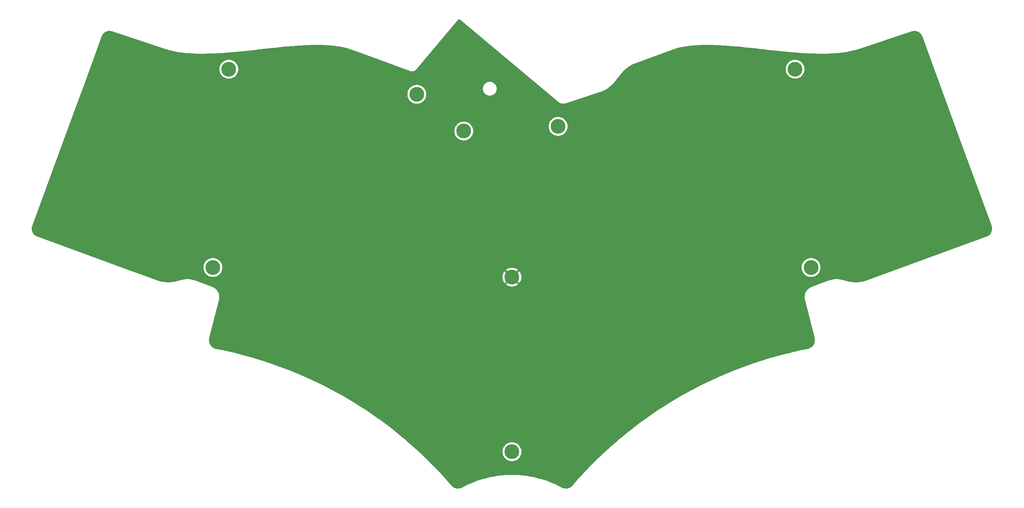
<source format=gbl>
G04 #@! TF.GenerationSoftware,KiCad,Pcbnew,(6.0.0)*
G04 #@! TF.CreationDate,2023-05-15T23:42:03+03:00*
G04 #@! TF.ProjectId,choctopus44-bottom-plate,63686f63-746f-4707-9573-34342d626f74,2.0*
G04 #@! TF.SameCoordinates,Original*
G04 #@! TF.FileFunction,Copper,L2,Bot*
G04 #@! TF.FilePolarity,Positive*
%FSLAX46Y46*%
G04 Gerber Fmt 4.6, Leading zero omitted, Abs format (unit mm)*
G04 Created by KiCad (PCBNEW (6.0.0)) date 2023-05-15 23:42:03*
%MOMM*%
%LPD*%
G01*
G04 APERTURE LIST*
G04 #@! TA.AperFunction,ComponentPad*
%ADD10C,3.800000*%
G04 #@! TD*
G04 APERTURE END LIST*
D10*
X148331772Y-98680000D03*
X123921772Y-51750000D03*
X160171772Y-60000000D03*
X220971772Y-45300000D03*
X225071772Y-96200000D03*
X135971772Y-61200000D03*
X75691772Y-45300000D03*
X148331772Y-143500000D03*
X71591772Y-96200000D03*
G04 #@! TA.AperFunction,Conductor*
G36*
X134857785Y-32540364D02*
G01*
X134890233Y-32545704D01*
X134977877Y-32572240D01*
X135007836Y-32585797D01*
X135068274Y-32623337D01*
X135082858Y-32633911D01*
X135085586Y-32636203D01*
X135091569Y-32642894D01*
X135099188Y-32647636D01*
X135099190Y-32647637D01*
X135115655Y-32657883D01*
X135130002Y-32668279D01*
X139823760Y-36600933D01*
X160126788Y-53611778D01*
X160254873Y-53719094D01*
X160259405Y-53723390D01*
X160259530Y-53723253D01*
X160263118Y-53726546D01*
X160266439Y-53730102D01*
X160270266Y-53733104D01*
X160270270Y-53733108D01*
X160289549Y-53748232D01*
X160292697Y-53750785D01*
X160309401Y-53764781D01*
X160309408Y-53764786D01*
X160312843Y-53767664D01*
X160316654Y-53770028D01*
X160320283Y-53772653D01*
X160320224Y-53772734D01*
X160325359Y-53776325D01*
X160330192Y-53780117D01*
X160339288Y-53787983D01*
X160345926Y-53794302D01*
X160349929Y-53797078D01*
X160349934Y-53797082D01*
X160363112Y-53806220D01*
X160369066Y-53810613D01*
X160383082Y-53821609D01*
X160386964Y-53823847D01*
X160386973Y-53823853D01*
X160391692Y-53826573D01*
X160400579Y-53832202D01*
X160410759Y-53839263D01*
X160420382Y-53846649D01*
X160423436Y-53849236D01*
X160423449Y-53849246D01*
X160427153Y-53852383D01*
X160431302Y-53854917D01*
X160445222Y-53863420D01*
X160451344Y-53867407D01*
X160466217Y-53877721D01*
X160470219Y-53879724D01*
X160470222Y-53879726D01*
X160474863Y-53882049D01*
X160484146Y-53887196D01*
X160492714Y-53892430D01*
X160502882Y-53899345D01*
X160505750Y-53901507D01*
X160505755Y-53901510D01*
X160509642Y-53904441D01*
X160513932Y-53906738D01*
X160528676Y-53914633D01*
X160534871Y-53918180D01*
X160550657Y-53927822D01*
X160554764Y-53929588D01*
X160554774Y-53929593D01*
X160559164Y-53931480D01*
X160568874Y-53936157D01*
X160575619Y-53939769D01*
X160586328Y-53946207D01*
X160588901Y-53947933D01*
X160588909Y-53947938D01*
X160592945Y-53950645D01*
X160612984Y-53959992D01*
X160619163Y-53963085D01*
X160635912Y-53972053D01*
X160644127Y-53975046D01*
X160654271Y-53979250D01*
X160659046Y-53981478D01*
X160670284Y-53987429D01*
X160676617Y-53991204D01*
X160681122Y-53993019D01*
X160681131Y-53993024D01*
X160697625Y-53999671D01*
X160703791Y-54002349D01*
X160717469Y-54008729D01*
X160717472Y-54008730D01*
X160721532Y-54010624D01*
X160725813Y-54011921D01*
X160725823Y-54011925D01*
X160729352Y-54012994D01*
X160739902Y-54016709D01*
X160742520Y-54017764D01*
X160754288Y-54023229D01*
X160760233Y-54026371D01*
X160764832Y-54027955D01*
X160764833Y-54027956D01*
X160782286Y-54033969D01*
X160788343Y-54036232D01*
X160802914Y-54042105D01*
X160802926Y-54042109D01*
X160807075Y-54043781D01*
X160814365Y-54045571D01*
X160825375Y-54048815D01*
X160825750Y-54048944D01*
X160837958Y-54053887D01*
X160843432Y-54056444D01*
X160866501Y-54063144D01*
X160872337Y-54064996D01*
X160892131Y-54071816D01*
X160897691Y-54072882D01*
X160900437Y-54073702D01*
X160900873Y-54073818D01*
X160900870Y-54073831D01*
X160916671Y-54078544D01*
X160916723Y-54078383D01*
X160921361Y-54079884D01*
X160925856Y-54081733D01*
X160930584Y-54082869D01*
X160930590Y-54082871D01*
X160949861Y-54087501D01*
X160955568Y-54089014D01*
X160972042Y-54093798D01*
X160976350Y-54095049D01*
X160980788Y-54095676D01*
X160985168Y-54096617D01*
X160985119Y-54096843D01*
X160997831Y-54099994D01*
X160997931Y-54099632D01*
X161002630Y-54100924D01*
X161007211Y-54102574D01*
X161032211Y-54107413D01*
X161037649Y-54108592D01*
X161059394Y-54113816D01*
X161063864Y-54114235D01*
X161068275Y-54114968D01*
X161068199Y-54115428D01*
X161077693Y-54117338D01*
X161077827Y-54116755D01*
X161082566Y-54117845D01*
X161087213Y-54119300D01*
X161092027Y-54120022D01*
X161092035Y-54120024D01*
X161113096Y-54123184D01*
X161118341Y-54124084D01*
X161136586Y-54127615D01*
X161136596Y-54127616D01*
X161140992Y-54128467D01*
X161145472Y-54128686D01*
X161149915Y-54129222D01*
X161149881Y-54129502D01*
X161158371Y-54130503D01*
X161160938Y-54130986D01*
X161165640Y-54132254D01*
X161170477Y-54132783D01*
X161170479Y-54132783D01*
X161192341Y-54135172D01*
X161197340Y-54135820D01*
X161216443Y-54138685D01*
X161216445Y-54138685D01*
X161220878Y-54139350D01*
X161225362Y-54139380D01*
X161228161Y-54139598D01*
X161236984Y-54140599D01*
X161237501Y-54140676D01*
X161242244Y-54141764D01*
X161247093Y-54142109D01*
X161247099Y-54142110D01*
X161262675Y-54143218D01*
X161269771Y-54143723D01*
X161274477Y-54144147D01*
X161298855Y-54146810D01*
X161303325Y-54146661D01*
X161303971Y-54146685D01*
X161312504Y-54147326D01*
X161316875Y-54148166D01*
X161321741Y-54148338D01*
X161321743Y-54148338D01*
X161338153Y-54148917D01*
X161345116Y-54149163D01*
X161349609Y-54149403D01*
X161352574Y-54149614D01*
X161370219Y-54150870D01*
X161370224Y-54150870D01*
X161374692Y-54151188D01*
X161378642Y-54150906D01*
X161385573Y-54151179D01*
X161389331Y-54151771D01*
X161394196Y-54151779D01*
X161418236Y-54151819D01*
X161422471Y-54151897D01*
X161438972Y-54152479D01*
X161448259Y-54152807D01*
X161451403Y-54152470D01*
X161456349Y-54152498D01*
X161459441Y-54152884D01*
X161464301Y-54152738D01*
X161464304Y-54152738D01*
X161476972Y-54152357D01*
X161488941Y-54151997D01*
X161492906Y-54151940D01*
X161503643Y-54151958D01*
X161514900Y-54151976D01*
X161514903Y-54151976D01*
X161519371Y-54151983D01*
X161521668Y-54151658D01*
X161524692Y-54151579D01*
X161527091Y-54151806D01*
X161531935Y-54151515D01*
X161531938Y-54151515D01*
X161540161Y-54151021D01*
X161557156Y-54149999D01*
X161560872Y-54149832D01*
X161572400Y-54149485D01*
X161583394Y-54149155D01*
X161583399Y-54149155D01*
X161587872Y-54149020D01*
X161589555Y-54148727D01*
X161593965Y-54148450D01*
X161598715Y-54148704D01*
X161603552Y-54148213D01*
X161603554Y-54148213D01*
X161606697Y-54147894D01*
X161625159Y-54146020D01*
X161630275Y-54145607D01*
X161653660Y-54144202D01*
X161658056Y-54143301D01*
X161658683Y-54143218D01*
X161670372Y-54141430D01*
X161700067Y-54138415D01*
X161713192Y-54137773D01*
X161719494Y-54137794D01*
X161724313Y-54137060D01*
X161724320Y-54137059D01*
X161742921Y-54134224D01*
X161749182Y-54133429D01*
X161751615Y-54133183D01*
X161765213Y-54131803D01*
X161765220Y-54131802D01*
X161769681Y-54131349D01*
X161776587Y-54129634D01*
X161787971Y-54127358D01*
X161809830Y-54124027D01*
X161822449Y-54122809D01*
X161823282Y-54122710D01*
X161828146Y-54122509D01*
X161832930Y-54121560D01*
X161832933Y-54121560D01*
X161853137Y-54117554D01*
X161858665Y-54116585D01*
X161876317Y-54113895D01*
X161876319Y-54113895D01*
X161880752Y-54113219D01*
X161885047Y-54111921D01*
X161885849Y-54111679D01*
X161897775Y-54108702D01*
X161900107Y-54108239D01*
X161906274Y-54107017D01*
X161913903Y-54105955D01*
X161913901Y-54105943D01*
X161918706Y-54105176D01*
X161923562Y-54104782D01*
X161949791Y-54098489D01*
X161954671Y-54097421D01*
X161973721Y-54093643D01*
X161973728Y-54093641D01*
X161978126Y-54092769D01*
X161982359Y-54091281D01*
X161986677Y-54090100D01*
X161986742Y-54090336D01*
X161996738Y-54087615D01*
X161999743Y-54087026D01*
X162004577Y-54086460D01*
X162009263Y-54085158D01*
X162009270Y-54085157D01*
X162031866Y-54078880D01*
X162036198Y-54077759D01*
X162056386Y-54072916D01*
X162056388Y-54072915D01*
X162060737Y-54071872D01*
X162063627Y-54070725D01*
X162069712Y-54069036D01*
X162069896Y-54068992D01*
X162074700Y-54068228D01*
X162099919Y-54060090D01*
X162104892Y-54058597D01*
X162120048Y-54054387D01*
X162127454Y-54052330D01*
X162131553Y-54050533D01*
X162133505Y-54049838D01*
X162141338Y-54047350D01*
X162145894Y-54046447D01*
X162150467Y-54044777D01*
X162150471Y-54044776D01*
X162171751Y-54037005D01*
X162176277Y-54035449D01*
X162195284Y-54029316D01*
X162195295Y-54029312D01*
X162199545Y-54027940D01*
X162201065Y-54027198D01*
X162203010Y-54026486D01*
X170794282Y-51194504D01*
X170797494Y-51193555D01*
X170800472Y-51193018D01*
X170805072Y-51191426D01*
X170805085Y-51191423D01*
X170833481Y-51181598D01*
X170835233Y-51181006D01*
X170861198Y-51172447D01*
X170861208Y-51172443D01*
X170865452Y-51171044D01*
X170868150Y-51169705D01*
X170871359Y-51168492D01*
X171205974Y-51052718D01*
X171218413Y-51049118D01*
X171219492Y-51048865D01*
X171220317Y-51048672D01*
X171220319Y-51048671D01*
X171225056Y-51047561D01*
X171229566Y-51045735D01*
X171229578Y-51045731D01*
X171246574Y-51038849D01*
X171252665Y-51036564D01*
X171267407Y-51031463D01*
X171271656Y-51029993D01*
X171275645Y-51027940D01*
X171275656Y-51027935D01*
X171278428Y-51026508D01*
X171288801Y-51021750D01*
X171605580Y-50893484D01*
X171617661Y-50889292D01*
X171619936Y-50888630D01*
X171619937Y-50888630D01*
X171624602Y-50887272D01*
X171628996Y-50885216D01*
X171629007Y-50885212D01*
X171645253Y-50877610D01*
X171651363Y-50874946D01*
X171665476Y-50869232D01*
X171665485Y-50869227D01*
X171669628Y-50867550D01*
X171673494Y-50865301D01*
X171673497Y-50865299D01*
X171676575Y-50863508D01*
X171686541Y-50858291D01*
X171687101Y-50858029D01*
X171981639Y-50720217D01*
X171993409Y-50715419D01*
X171995817Y-50714576D01*
X172000409Y-50712969D01*
X172004695Y-50710677D01*
X172004699Y-50710675D01*
X172020360Y-50702299D01*
X172026363Y-50699292D01*
X172044056Y-50691013D01*
X172050930Y-50686511D01*
X172060538Y-50680810D01*
X172155066Y-50630254D01*
X172335423Y-50533793D01*
X172346945Y-50528361D01*
X172353743Y-50525568D01*
X172357902Y-50523050D01*
X172357912Y-50523045D01*
X172373147Y-50513821D01*
X172378965Y-50510506D01*
X172396252Y-50501261D01*
X172402826Y-50496434D01*
X172412133Y-50490218D01*
X172668217Y-50335181D01*
X172679552Y-50329087D01*
X172681492Y-50328169D01*
X172681503Y-50328163D01*
X172685894Y-50326084D01*
X172689913Y-50323354D01*
X172689924Y-50323348D01*
X172704931Y-50313155D01*
X172710469Y-50309601D01*
X172723680Y-50301603D01*
X172723685Y-50301599D01*
X172727513Y-50299282D01*
X172733553Y-50294332D01*
X172742632Y-50287549D01*
X172981325Y-50125433D01*
X172992539Y-50118641D01*
X172998183Y-50115613D01*
X173017079Y-50101340D01*
X173022208Y-50097666D01*
X173035458Y-50088667D01*
X173035460Y-50088666D01*
X173039171Y-50086145D01*
X173044475Y-50081313D01*
X173053383Y-50073918D01*
X173276121Y-49905673D01*
X173287286Y-49898142D01*
X173287829Y-49897816D01*
X173287833Y-49897813D01*
X173292011Y-49895309D01*
X173295746Y-49892199D01*
X173295755Y-49892192D01*
X173310843Y-49879626D01*
X173315531Y-49875907D01*
X173329027Y-49865713D01*
X173329042Y-49865700D01*
X173332607Y-49863007D01*
X173337044Y-49858536D01*
X173345842Y-49850474D01*
X173554044Y-49677071D01*
X173563851Y-49669780D01*
X173564808Y-49669035D01*
X173568861Y-49666356D01*
X173587828Y-49649088D01*
X173591957Y-49645493D01*
X173609283Y-49631063D01*
X173612289Y-49627732D01*
X173612751Y-49627220D01*
X173621475Y-49618458D01*
X173816624Y-49440800D01*
X173822640Y-49435923D01*
X173822635Y-49435917D01*
X173826353Y-49432778D01*
X173830307Y-49429932D01*
X173833776Y-49426512D01*
X173833781Y-49426507D01*
X173849486Y-49411020D01*
X173853136Y-49407561D01*
X173867438Y-49394541D01*
X173870749Y-49391527D01*
X173873599Y-49388074D01*
X173874746Y-49386870D01*
X173881889Y-49379067D01*
X174065490Y-49198015D01*
X174070627Y-49193519D01*
X174070552Y-49193436D01*
X174074156Y-49190169D01*
X174078004Y-49187187D01*
X174097518Y-49166539D01*
X174100621Y-49163370D01*
X174115451Y-49148746D01*
X174115453Y-49148744D01*
X174118645Y-49145596D01*
X174121360Y-49142025D01*
X174124319Y-49138660D01*
X174124346Y-49138684D01*
X174128775Y-49133465D01*
X174302406Y-48949741D01*
X174306584Y-48945524D01*
X174309916Y-48942315D01*
X174313679Y-48939214D01*
X174333656Y-48916757D01*
X174336151Y-48914035D01*
X174354687Y-48894422D01*
X174357275Y-48890758D01*
X174360115Y-48887289D01*
X174360228Y-48887381D01*
X174363869Y-48882792D01*
X174530592Y-48695370D01*
X174535103Y-48690558D01*
X174535425Y-48690232D01*
X174539100Y-48687047D01*
X174559612Y-48662803D01*
X174561617Y-48660492D01*
X174580653Y-48639093D01*
X174583122Y-48635364D01*
X174584282Y-48633856D01*
X174587946Y-48629316D01*
X174749950Y-48437841D01*
X174753143Y-48434281D01*
X174756059Y-48431654D01*
X174777201Y-48405667D01*
X174778710Y-48403849D01*
X174795455Y-48384058D01*
X174798349Y-48380638D01*
X174800427Y-48377324D01*
X174803463Y-48373388D01*
X174962300Y-48178151D01*
X174964293Y-48175854D01*
X174966366Y-48173934D01*
X174988317Y-48146188D01*
X174989260Y-48145012D01*
X175009604Y-48120006D01*
X175011053Y-48117592D01*
X175012910Y-48115102D01*
X175169552Y-47917106D01*
X175170599Y-47915873D01*
X175171818Y-47914725D01*
X175194589Y-47885464D01*
X175195099Y-47884814D01*
X175216245Y-47858085D01*
X175217091Y-47856630D01*
X175218045Y-47855321D01*
X175373550Y-47655496D01*
X175373832Y-47655161D01*
X175374204Y-47654809D01*
X175398040Y-47624027D01*
X175420084Y-47595699D01*
X175420340Y-47595252D01*
X175420596Y-47594896D01*
X175600107Y-47363066D01*
X175802478Y-47103376D01*
X175803078Y-47102613D01*
X176007206Y-46845194D01*
X176008285Y-46843853D01*
X176216000Y-46589134D01*
X176217500Y-46587328D01*
X176430627Y-46335695D01*
X176432553Y-46333474D01*
X176564726Y-46184608D01*
X176652715Y-46085506D01*
X176655058Y-46082940D01*
X176763846Y-45967048D01*
X176883979Y-45839068D01*
X176886751Y-45836209D01*
X177126160Y-45596843D01*
X177129334Y-45593778D01*
X177381110Y-45359196D01*
X177384702Y-45355976D01*
X177449594Y-45300000D01*
X218558510Y-45300000D01*
X218577539Y-45602462D01*
X218634327Y-45900154D01*
X218727978Y-46188381D01*
X218857014Y-46462598D01*
X219019402Y-46718480D01*
X219021921Y-46721525D01*
X219021924Y-46721529D01*
X219060906Y-46768650D01*
X219212580Y-46951992D01*
X219433501Y-47159450D01*
X219678682Y-47337584D01*
X219944255Y-47483585D01*
X219947924Y-47485038D01*
X219947929Y-47485040D01*
X220222363Y-47593696D01*
X220226033Y-47595149D01*
X220519572Y-47670516D01*
X220820242Y-47708500D01*
X221123302Y-47708500D01*
X221423972Y-47670516D01*
X221717511Y-47595149D01*
X221721181Y-47593696D01*
X221995615Y-47485040D01*
X221995620Y-47485038D01*
X221999289Y-47483585D01*
X222264862Y-47337584D01*
X222510043Y-47159450D01*
X222730964Y-46951992D01*
X222882638Y-46768650D01*
X222921620Y-46721529D01*
X222921623Y-46721525D01*
X222924142Y-46718480D01*
X223086530Y-46462598D01*
X223215566Y-46188381D01*
X223309217Y-45900154D01*
X223366005Y-45602462D01*
X223385034Y-45300000D01*
X223366005Y-44997538D01*
X223309217Y-44699846D01*
X223215566Y-44411619D01*
X223182855Y-44342103D01*
X223141565Y-44254358D01*
X223086530Y-44137402D01*
X223065140Y-44103696D01*
X222926264Y-43884864D01*
X222924142Y-43881520D01*
X222913533Y-43868695D01*
X222865702Y-43810879D01*
X222730964Y-43648008D01*
X222510043Y-43440550D01*
X222264862Y-43262416D01*
X222034616Y-43135836D01*
X222002758Y-43118322D01*
X222002757Y-43118321D01*
X221999289Y-43116415D01*
X221995620Y-43114962D01*
X221995615Y-43114960D01*
X221721181Y-43006304D01*
X221721180Y-43006304D01*
X221717511Y-43004851D01*
X221423972Y-42929484D01*
X221123302Y-42891500D01*
X220820242Y-42891500D01*
X220519572Y-42929484D01*
X220226033Y-43004851D01*
X220222364Y-43006304D01*
X220222363Y-43006304D01*
X219947929Y-43114960D01*
X219947924Y-43114962D01*
X219944255Y-43116415D01*
X219940787Y-43118321D01*
X219940786Y-43118322D01*
X219908929Y-43135836D01*
X219678682Y-43262416D01*
X219433501Y-43440550D01*
X219212580Y-43648008D01*
X219077842Y-43810879D01*
X219030012Y-43868695D01*
X219019402Y-43881520D01*
X219017280Y-43884864D01*
X218878405Y-44103696D01*
X218857014Y-44137402D01*
X218801979Y-44254358D01*
X218760690Y-44342103D01*
X218727978Y-44411619D01*
X218634327Y-44699846D01*
X218577539Y-44997538D01*
X218558510Y-45300000D01*
X177449594Y-45300000D01*
X177650581Y-45126627D01*
X177654540Y-45123350D01*
X177936495Y-44899519D01*
X177940778Y-44896266D01*
X178240717Y-44678362D01*
X178245274Y-44675202D01*
X178565218Y-44463623D01*
X178569986Y-44460621D01*
X178740809Y-44358329D01*
X178912025Y-44255802D01*
X178916905Y-44253026D01*
X179124616Y-44140988D01*
X179283030Y-44055541D01*
X179288027Y-44052988D01*
X179663613Y-43871499D01*
X179675467Y-43866500D01*
X186658964Y-41333271D01*
X189828324Y-40183602D01*
X189835003Y-40181389D01*
X190902626Y-39860567D01*
X190910768Y-39858415D01*
X192043200Y-39599450D01*
X192050345Y-39598032D01*
X193249584Y-39395891D01*
X193255778Y-39395004D01*
X194517227Y-39246320D01*
X194522562Y-39245806D01*
X195841538Y-39146984D01*
X195846112Y-39146725D01*
X197217900Y-39093990D01*
X197221801Y-39093900D01*
X198055957Y-39087686D01*
X198641903Y-39083322D01*
X198645171Y-39083341D01*
X200109010Y-39110905D01*
X200111747Y-39110987D01*
X200833043Y-39140551D01*
X201614635Y-39172587D01*
X201616959Y-39172703D01*
X202371362Y-39217590D01*
X203154661Y-39264197D01*
X203156490Y-39264319D01*
X204664670Y-39377037D01*
X204724466Y-39381506D01*
X204725995Y-39381630D01*
X206319867Y-39520292D01*
X206321050Y-39520401D01*
X207936395Y-39676285D01*
X207937255Y-39676371D01*
X208330246Y-39717017D01*
X209570219Y-39845266D01*
X209570343Y-39845279D01*
X211174487Y-40018376D01*
X211216514Y-40022911D01*
X211216775Y-40022940D01*
X212241702Y-40135697D01*
X212831909Y-40200629D01*
X212831939Y-40200633D01*
X212831984Y-40200645D01*
X212832115Y-40200659D01*
X212832119Y-40200660D01*
X212872195Y-40205060D01*
X212872224Y-40205063D01*
X212907348Y-40208928D01*
X212907356Y-40208929D01*
X212907478Y-40208942D01*
X212907519Y-40208940D01*
X212907555Y-40208943D01*
X213744621Y-40300857D01*
X214490657Y-40382775D01*
X214491103Y-40382841D01*
X214491613Y-40382977D01*
X214493112Y-40383138D01*
X214493120Y-40383139D01*
X214530125Y-40387109D01*
X214530311Y-40387129D01*
X214565967Y-40391044D01*
X214566499Y-40391027D01*
X214566933Y-40391058D01*
X215615864Y-40503595D01*
X216149489Y-40560847D01*
X216150398Y-40560978D01*
X216151375Y-40561234D01*
X216164698Y-40562599D01*
X216189332Y-40565123D01*
X216189927Y-40565186D01*
X216214775Y-40567851D01*
X216224591Y-40568904D01*
X216225602Y-40568868D01*
X216226515Y-40568931D01*
X216697286Y-40617157D01*
X217804253Y-40730554D01*
X217805656Y-40730748D01*
X217807114Y-40731119D01*
X217811073Y-40731496D01*
X217811081Y-40731497D01*
X217844274Y-40734657D01*
X217845170Y-40734746D01*
X217862122Y-40736482D01*
X217879176Y-40738229D01*
X217880679Y-40738169D01*
X217882112Y-40738259D01*
X219450759Y-40887595D01*
X219452740Y-40887851D01*
X219454700Y-40888330D01*
X219459552Y-40888745D01*
X219459554Y-40888745D01*
X219491089Y-40891440D01*
X219492288Y-40891548D01*
X219525565Y-40894716D01*
X219527567Y-40894621D01*
X219529593Y-40894732D01*
X221084898Y-41027672D01*
X221087543Y-41027985D01*
X221090023Y-41028559D01*
X221102223Y-41029451D01*
X221125578Y-41031159D01*
X221127119Y-41031281D01*
X221139576Y-41032346D01*
X221159622Y-41034059D01*
X221162160Y-41033914D01*
X221164880Y-41034033D01*
X222702505Y-41146468D01*
X222705954Y-41146828D01*
X222708999Y-41147485D01*
X222713857Y-41147767D01*
X222713860Y-41147767D01*
X222743758Y-41149500D01*
X222745653Y-41149624D01*
X222772761Y-41151606D01*
X222772763Y-41151606D01*
X222777236Y-41151933D01*
X222780328Y-41151718D01*
X222783864Y-41151824D01*
X224299535Y-41239673D01*
X224303926Y-41240058D01*
X224307574Y-41240775D01*
X224335006Y-41241865D01*
X224341369Y-41242118D01*
X224343657Y-41242230D01*
X224369843Y-41243748D01*
X224369846Y-41243748D01*
X224374315Y-41244007D01*
X224377998Y-41243696D01*
X224382563Y-41243756D01*
X225871829Y-41302944D01*
X225877423Y-41303322D01*
X225881723Y-41304072D01*
X225886589Y-41304160D01*
X225886595Y-41304161D01*
X225914414Y-41304666D01*
X225917128Y-41304744D01*
X225931049Y-41305297D01*
X225946796Y-41305923D01*
X225951119Y-41305479D01*
X225956983Y-41305440D01*
X226855858Y-41321771D01*
X227415301Y-41331935D01*
X227421834Y-41332224D01*
X227422637Y-41332280D01*
X227427453Y-41332995D01*
X227459036Y-41332769D01*
X227462180Y-41332787D01*
X227473431Y-41332991D01*
X227486163Y-41333223D01*
X227486168Y-41333223D01*
X227490640Y-41333304D01*
X227495082Y-41332750D01*
X227497382Y-41332628D01*
X227503149Y-41332454D01*
X228575460Y-41324787D01*
X228925838Y-41322282D01*
X228931849Y-41322383D01*
X228935970Y-41322550D01*
X228940809Y-41323123D01*
X228963836Y-41322278D01*
X228971009Y-41322015D01*
X228974727Y-41321933D01*
X228995703Y-41321783D01*
X229001840Y-41321739D01*
X229006271Y-41321072D01*
X229010736Y-41320722D01*
X229010749Y-41320882D01*
X229016451Y-41320348D01*
X230260537Y-41274698D01*
X230401505Y-41269525D01*
X230408158Y-41269681D01*
X230408159Y-41269546D01*
X230413015Y-41269576D01*
X230417875Y-41269983D01*
X230446561Y-41267944D01*
X230450822Y-41267715D01*
X230476417Y-41266776D01*
X230480819Y-41265980D01*
X230485286Y-41265497D01*
X230485292Y-41265552D01*
X230491891Y-41264723D01*
X231837349Y-41169095D01*
X231845035Y-41168991D01*
X231845035Y-41168978D01*
X231849893Y-41168816D01*
X231854761Y-41169029D01*
X231881593Y-41166049D01*
X231886559Y-41165597D01*
X231886573Y-41165596D01*
X231910422Y-41163901D01*
X231914809Y-41162951D01*
X231916676Y-41162684D01*
X231926847Y-41161023D01*
X232606730Y-41085515D01*
X233229010Y-41016404D01*
X233242681Y-41015634D01*
X233247604Y-41015625D01*
X233272368Y-41011721D01*
X233278082Y-41010954D01*
X233281155Y-41010613D01*
X233299926Y-41008528D01*
X233305468Y-41007096D01*
X233317357Y-41004630D01*
X233809483Y-40927054D01*
X234572667Y-40806750D01*
X234585417Y-40805401D01*
X234585471Y-40805398D01*
X234592542Y-40805012D01*
X234614952Y-40800260D01*
X234621456Y-40799059D01*
X234636581Y-40796675D01*
X234636585Y-40796674D01*
X234641007Y-40795977D01*
X234648594Y-40793642D01*
X234659505Y-40790812D01*
X235864419Y-40535293D01*
X235876115Y-40533383D01*
X235880831Y-40532839D01*
X235880833Y-40532839D01*
X235885666Y-40532281D01*
X235905380Y-40526840D01*
X235912741Y-40525046D01*
X235913769Y-40524828D01*
X235929729Y-40521443D01*
X235933944Y-40519899D01*
X235933946Y-40519898D01*
X235939517Y-40517857D01*
X235949343Y-40514706D01*
X236397391Y-40391044D01*
X237095705Y-40198309D01*
X237108088Y-40195554D01*
X237115454Y-40194301D01*
X237136903Y-40187123D01*
X237143294Y-40185174D01*
X237155005Y-40181942D01*
X237157772Y-40181178D01*
X237157774Y-40181177D01*
X237162090Y-40179986D01*
X237169659Y-40176682D01*
X237180070Y-40172677D01*
X237290572Y-40135698D01*
X250820515Y-35607942D01*
X250836064Y-35603821D01*
X250859162Y-35599255D01*
X250859164Y-35599254D01*
X250867967Y-35597514D01*
X250882515Y-35589947D01*
X250905327Y-35580785D01*
X250983167Y-35558048D01*
X251130021Y-35515152D01*
X251146087Y-35511580D01*
X251403514Y-35471807D01*
X251419914Y-35470363D01*
X251606398Y-35466186D01*
X251680302Y-35464530D01*
X251696767Y-35465239D01*
X251955687Y-35493441D01*
X251971919Y-35496293D01*
X252224946Y-35558048D01*
X252240667Y-35562995D01*
X252483469Y-35657248D01*
X252498400Y-35664199D01*
X252713992Y-35782307D01*
X252726825Y-35789337D01*
X252740730Y-35798183D01*
X252950870Y-35952066D01*
X252963495Y-35962646D01*
X253151560Y-36142456D01*
X253151751Y-36142639D01*
X253162892Y-36154783D01*
X253254713Y-36269042D01*
X253326048Y-36357809D01*
X253335500Y-36371290D01*
X253441731Y-36546104D01*
X253470762Y-36593878D01*
X253478381Y-36608492D01*
X253569893Y-36816111D01*
X253576822Y-36838104D01*
X253577997Y-36841453D01*
X253579739Y-36850259D01*
X253594574Y-36878772D01*
X253601115Y-36893610D01*
X263375106Y-63608003D01*
X271384857Y-85500355D01*
X271390135Y-85519208D01*
X271394713Y-85542365D01*
X271402279Y-85556910D01*
X271411442Y-85579725D01*
X271477074Y-85804415D01*
X271480647Y-85820485D01*
X271520420Y-86077912D01*
X271521864Y-86094313D01*
X271527697Y-86354700D01*
X271526988Y-86371165D01*
X271498786Y-86630085D01*
X271495934Y-86646317D01*
X271434179Y-86899344D01*
X271429232Y-86915065D01*
X271343886Y-87134924D01*
X271334981Y-87157863D01*
X271328025Y-87172804D01*
X271202890Y-87401223D01*
X271194044Y-87415128D01*
X271040161Y-87625268D01*
X271029581Y-87637893D01*
X270928844Y-87743255D01*
X270849588Y-87826149D01*
X270837444Y-87837290D01*
X270723185Y-87929111D01*
X270634418Y-88000446D01*
X270620937Y-88009898D01*
X270398349Y-88145160D01*
X270383738Y-88152778D01*
X270176114Y-88244292D01*
X270154129Y-88251218D01*
X270150774Y-88252395D01*
X270141968Y-88254137D01*
X270134004Y-88258280D01*
X270134005Y-88258280D01*
X270113522Y-88268936D01*
X270098639Y-88275495D01*
X239825063Y-99344858D01*
X239822197Y-99345867D01*
X239335484Y-99510638D01*
X239331143Y-99512021D01*
X238873579Y-99648697D01*
X238868942Y-99649986D01*
X238436233Y-99761426D01*
X238431315Y-99762588D01*
X238022099Y-99850648D01*
X238016929Y-99851648D01*
X237629741Y-99918181D01*
X237624374Y-99918984D01*
X237257767Y-99965816D01*
X237252252Y-99966398D01*
X236904544Y-99995337D01*
X236898964Y-99995677D01*
X236568500Y-100008463D01*
X236562952Y-100008555D01*
X236532373Y-100008391D01*
X236247995Y-100006863D01*
X236242613Y-100006718D01*
X236103425Y-99999980D01*
X235941329Y-99992132D01*
X235936158Y-99991775D01*
X235746798Y-99974779D01*
X235646798Y-99965804D01*
X235642006Y-99965280D01*
X235362730Y-99929347D01*
X235358407Y-99928713D01*
X235087514Y-99884194D01*
X235083720Y-99883511D01*
X234921101Y-99851648D01*
X234819412Y-99831723D01*
X234816283Y-99831068D01*
X234556955Y-99773349D01*
X234554529Y-99772784D01*
X234298631Y-99710494D01*
X234296990Y-99710083D01*
X234058764Y-99648696D01*
X234042927Y-99644615D01*
X234042194Y-99644424D01*
X233978701Y-99627617D01*
X233826735Y-99587390D01*
X233826612Y-99587352D01*
X233826479Y-99587294D01*
X233787533Y-99577013D01*
X233753284Y-99567947D01*
X233753143Y-99567930D01*
X233753031Y-99567905D01*
X233717159Y-99558436D01*
X233573541Y-99520523D01*
X233571966Y-99520048D01*
X233570380Y-99519370D01*
X233566028Y-99518259D01*
X233566017Y-99518256D01*
X233534516Y-99510216D01*
X233533519Y-99509957D01*
X233505107Y-99502457D01*
X233505081Y-99502451D01*
X233500807Y-99501323D01*
X233499104Y-99501125D01*
X233497463Y-99500761D01*
X233319293Y-99455291D01*
X233315732Y-99454265D01*
X233312702Y-99453025D01*
X233279135Y-99445026D01*
X233277237Y-99444558D01*
X233246724Y-99436771D01*
X233243469Y-99436420D01*
X233239726Y-99435636D01*
X233173311Y-99419810D01*
X233062822Y-99393482D01*
X233056597Y-99391821D01*
X233052136Y-99390118D01*
X233020749Y-99383420D01*
X233017860Y-99382768D01*
X232989678Y-99376052D01*
X232985208Y-99375641D01*
X232984196Y-99375475D01*
X232978334Y-99374369D01*
X232802638Y-99336876D01*
X232796797Y-99335244D01*
X232796744Y-99335448D01*
X232792043Y-99334216D01*
X232787439Y-99332621D01*
X232782649Y-99331754D01*
X232782648Y-99331754D01*
X232758237Y-99327337D01*
X232754375Y-99326575D01*
X232732780Y-99321967D01*
X232732772Y-99321966D01*
X232728391Y-99321031D01*
X232723919Y-99320726D01*
X232719489Y-99320106D01*
X232719506Y-99319987D01*
X232713485Y-99319239D01*
X232534145Y-99286789D01*
X232526904Y-99285040D01*
X232526895Y-99285079D01*
X232522141Y-99284027D01*
X232517482Y-99282611D01*
X232509972Y-99281548D01*
X232490361Y-99278772D01*
X232485589Y-99278003D01*
X232466069Y-99274471D01*
X232466059Y-99274470D01*
X232461660Y-99273674D01*
X232457188Y-99273509D01*
X232454155Y-99273181D01*
X232445295Y-99272393D01*
X232387549Y-99264220D01*
X232259317Y-99246070D01*
X232246511Y-99243536D01*
X232246001Y-99243447D01*
X232241278Y-99242240D01*
X232216029Y-99239816D01*
X232210479Y-99239157D01*
X232188418Y-99236035D01*
X232183945Y-99236042D01*
X232183940Y-99236042D01*
X232183103Y-99236044D01*
X232182964Y-99236044D01*
X232170719Y-99235467D01*
X232102826Y-99228950D01*
X231977275Y-99216898D01*
X231964335Y-99214974D01*
X231962770Y-99214657D01*
X231962765Y-99214656D01*
X231957993Y-99213691D01*
X231934451Y-99212627D01*
X231928110Y-99212180D01*
X231907739Y-99210224D01*
X231903265Y-99210432D01*
X231903252Y-99210432D01*
X231900483Y-99210561D01*
X231888940Y-99210568D01*
X231785915Y-99205910D01*
X231687255Y-99201449D01*
X231674791Y-99200262D01*
X231666980Y-99199124D01*
X231662120Y-99199171D01*
X231662114Y-99199171D01*
X231644806Y-99199340D01*
X231637889Y-99199217D01*
X231624781Y-99198625D01*
X231618863Y-99198357D01*
X231614398Y-99198792D01*
X231614392Y-99198792D01*
X231610234Y-99199197D01*
X231599252Y-99199785D01*
X231388696Y-99201837D01*
X231376573Y-99201370D01*
X231367718Y-99200601D01*
X231346566Y-99202037D01*
X231339285Y-99202319D01*
X231333018Y-99202380D01*
X231325683Y-99202451D01*
X231325678Y-99202451D01*
X231321207Y-99202495D01*
X231312026Y-99203901D01*
X231311647Y-99203959D01*
X231301107Y-99205122D01*
X231081122Y-99220055D01*
X231069187Y-99220298D01*
X231064646Y-99220175D01*
X231064638Y-99220175D01*
X231059780Y-99220044D01*
X231039282Y-99222671D01*
X231031807Y-99223403D01*
X231029643Y-99223550D01*
X231018769Y-99224287D01*
X231018762Y-99224288D01*
X231014297Y-99224591D01*
X231004314Y-99226719D01*
X230994067Y-99228465D01*
X230888878Y-99241944D01*
X230764103Y-99257933D01*
X230752238Y-99258887D01*
X230751789Y-99258902D01*
X230742738Y-99259200D01*
X230737955Y-99260107D01*
X230722508Y-99263036D01*
X230715048Y-99264220D01*
X230697735Y-99266438D01*
X230693425Y-99267629D01*
X230693417Y-99267631D01*
X230687825Y-99269177D01*
X230677728Y-99271526D01*
X230437128Y-99317144D01*
X230425216Y-99318818D01*
X230416100Y-99319657D01*
X230395819Y-99324755D01*
X230388592Y-99326347D01*
X230385222Y-99326986D01*
X230371092Y-99329665D01*
X230361650Y-99332895D01*
X230351603Y-99335870D01*
X230099682Y-99399196D01*
X230087631Y-99401608D01*
X230079227Y-99402866D01*
X230074574Y-99404321D01*
X230074570Y-99404322D01*
X230058653Y-99409299D01*
X230051766Y-99411240D01*
X230038209Y-99414648D01*
X230038199Y-99414651D01*
X230033852Y-99415744D01*
X230025255Y-99419263D01*
X230015135Y-99422909D01*
X229751228Y-99505436D01*
X229738876Y-99508622D01*
X229736490Y-99509110D01*
X229736478Y-99509113D01*
X229731708Y-99510089D01*
X229710392Y-99518020D01*
X229704073Y-99520182D01*
X229689611Y-99524704D01*
X229689602Y-99524708D01*
X229685338Y-99526041D01*
X229678029Y-99529530D01*
X229667704Y-99533904D01*
X227088788Y-100493501D01*
X225430960Y-101110367D01*
X225429430Y-101110877D01*
X225427787Y-101111227D01*
X225423675Y-101112795D01*
X225423659Y-101112800D01*
X225393201Y-101124412D01*
X225392258Y-101124768D01*
X225360428Y-101136612D01*
X225358954Y-101137414D01*
X225357460Y-101138038D01*
X225325264Y-101150313D01*
X225319382Y-101152148D01*
X225319443Y-101152333D01*
X225314810Y-101153863D01*
X225310093Y-101155025D01*
X225282859Y-101166412D01*
X225279196Y-101167876D01*
X225254501Y-101177291D01*
X225250590Y-101179460D01*
X225246521Y-101181353D01*
X225246476Y-101181256D01*
X225240909Y-101183953D01*
X225209113Y-101197248D01*
X225203056Y-101199357D01*
X225203113Y-101199512D01*
X225198551Y-101201187D01*
X225193859Y-101202509D01*
X225189430Y-101204536D01*
X225189429Y-101204536D01*
X225167430Y-101214602D01*
X225163614Y-101216272D01*
X225143756Y-101224576D01*
X225143751Y-101224578D01*
X225139622Y-101226305D01*
X225135777Y-101228601D01*
X225131776Y-101230619D01*
X225131740Y-101230548D01*
X225126043Y-101233540D01*
X225094571Y-101247941D01*
X225088336Y-101250353D01*
X225088385Y-101250473D01*
X225083873Y-101252309D01*
X225079237Y-101253790D01*
X225053580Y-101266618D01*
X225049727Y-101268461D01*
X225039045Y-101273349D01*
X225030543Y-101277239D01*
X225030538Y-101277242D01*
X225026466Y-101279105D01*
X225022696Y-101281529D01*
X225018760Y-101283681D01*
X225018735Y-101283636D01*
X225012913Y-101286950D01*
X224981786Y-101302513D01*
X224975377Y-101305255D01*
X224975417Y-101305343D01*
X224970985Y-101307334D01*
X224966399Y-101308983D01*
X224941650Y-101322489D01*
X224937641Y-101324584D01*
X224915203Y-101335802D01*
X224911521Y-101338353D01*
X224907660Y-101340640D01*
X224907649Y-101340621D01*
X224901715Y-101344282D01*
X224878532Y-101356932D01*
X224870948Y-101361071D01*
X224864388Y-101364167D01*
X224864416Y-101364223D01*
X224860057Y-101366381D01*
X224855538Y-101368199D01*
X224851355Y-101370689D01*
X224851351Y-101370691D01*
X224831707Y-101382385D01*
X224827659Y-101384694D01*
X224806016Y-101396505D01*
X224802426Y-101399188D01*
X224798986Y-101401396D01*
X224792617Y-101405655D01*
X224762252Y-101423731D01*
X224755544Y-101427216D01*
X224755558Y-101427241D01*
X224751284Y-101429569D01*
X224746841Y-101431560D01*
X224742760Y-101434210D01*
X224723988Y-101446399D01*
X224719843Y-101448977D01*
X224708868Y-101455510D01*
X224702951Y-101459032D01*
X224702948Y-101459034D01*
X224699103Y-101461323D01*
X224695614Y-101464140D01*
X224693545Y-101465580D01*
X224685831Y-101471174D01*
X224655893Y-101490613D01*
X224648750Y-101494694D01*
X224644874Y-101497013D01*
X224640520Y-101499181D01*
X224636553Y-101501991D01*
X224636544Y-101501997D01*
X224618684Y-101514651D01*
X224614484Y-101517501D01*
X224594667Y-101530369D01*
X224591286Y-101533323D01*
X224590390Y-101534000D01*
X224581580Y-101540940D01*
X224552089Y-101561836D01*
X224543517Y-101567214D01*
X224541075Y-101568818D01*
X224536811Y-101571170D01*
X224532965Y-101574145D01*
X224532960Y-101574149D01*
X224516048Y-101587234D01*
X224511785Y-101590391D01*
X224496594Y-101601154D01*
X224496588Y-101601159D01*
X224492931Y-101603750D01*
X224489682Y-101606830D01*
X224489672Y-101606838D01*
X224489631Y-101606877D01*
X224480064Y-101615076D01*
X224451076Y-101637506D01*
X224441357Y-101644199D01*
X224440096Y-101645109D01*
X224435948Y-101647639D01*
X224432241Y-101650775D01*
X224432233Y-101650781D01*
X224416308Y-101664254D01*
X224412035Y-101667712D01*
X224394136Y-101681562D01*
X224390621Y-101685187D01*
X224381548Y-101693665D01*
X224353120Y-101717717D01*
X224342425Y-101725807D01*
X224342240Y-101725954D01*
X224338200Y-101728676D01*
X224334628Y-101731986D01*
X224334625Y-101731989D01*
X224319696Y-101745826D01*
X224315431Y-101749604D01*
X224298530Y-101763903D01*
X224295556Y-101767251D01*
X224294845Y-101768051D01*
X224286310Y-101776769D01*
X224258475Y-101802567D01*
X224248057Y-101811227D01*
X224247755Y-101811452D01*
X224247751Y-101811456D01*
X224243848Y-101814360D01*
X224226489Y-101832027D01*
X224222308Y-101836088D01*
X224206386Y-101850845D01*
X224202580Y-101855541D01*
X224194575Y-101864507D01*
X224167463Y-101892099D01*
X224157586Y-101901136D01*
X224153179Y-101904758D01*
X224149939Y-101908390D01*
X224136994Y-101922899D01*
X224132850Y-101927325D01*
X224121137Y-101939246D01*
X224117988Y-101942451D01*
X224114142Y-101947677D01*
X224106682Y-101956876D01*
X224080350Y-101986391D01*
X224071049Y-101995776D01*
X224066512Y-101999897D01*
X224051485Y-102018517D01*
X224047478Y-102023238D01*
X224036615Y-102035414D01*
X224036610Y-102035421D01*
X224033630Y-102038761D01*
X224029808Y-102044517D01*
X224022901Y-102053938D01*
X223997465Y-102085458D01*
X223988746Y-102095182D01*
X223984162Y-102099790D01*
X223970326Y-102118830D01*
X223966463Y-102123872D01*
X223956438Y-102136295D01*
X223956431Y-102136305D01*
X223953622Y-102139786D01*
X223949892Y-102146055D01*
X223943559Y-102155668D01*
X223919127Y-102189290D01*
X223911005Y-102199337D01*
X223906452Y-102204412D01*
X223893784Y-102223884D01*
X223890107Y-102229229D01*
X223878277Y-102245509D01*
X223874729Y-102252223D01*
X223868947Y-102262056D01*
X223845680Y-102297819D01*
X223838129Y-102308223D01*
X223836759Y-102309921D01*
X223836756Y-102309925D01*
X223833700Y-102313713D01*
X223822184Y-102333621D01*
X223818753Y-102339209D01*
X223807904Y-102355884D01*
X223804636Y-102362927D01*
X223804606Y-102362991D01*
X223799381Y-102373040D01*
X223797465Y-102376353D01*
X223777409Y-102411022D01*
X223770449Y-102421756D01*
X223766213Y-102427615D01*
X223764002Y-102431952D01*
X223763999Y-102431956D01*
X223755843Y-102447950D01*
X223752663Y-102453799D01*
X223742806Y-102470839D01*
X223741134Y-102474999D01*
X223739815Y-102478280D01*
X223735156Y-102488521D01*
X223714622Y-102528791D01*
X223708261Y-102539846D01*
X223706932Y-102541906D01*
X223706928Y-102541913D01*
X223704293Y-102545999D01*
X223702316Y-102550446D01*
X223702311Y-102550455D01*
X223695065Y-102566753D01*
X223692182Y-102572800D01*
X223685306Y-102586284D01*
X223685303Y-102586291D01*
X223683272Y-102590274D01*
X223681826Y-102594504D01*
X223681825Y-102594507D01*
X223680648Y-102597952D01*
X223676552Y-102608393D01*
X223657611Y-102650996D01*
X223651845Y-102662375D01*
X223648208Y-102668733D01*
X223646469Y-102673281D01*
X223646469Y-102673282D01*
X223640096Y-102689952D01*
X223637536Y-102696148D01*
X223629577Y-102714049D01*
X223627440Y-102721593D01*
X223627362Y-102721867D01*
X223623829Y-102732503D01*
X223606627Y-102777500D01*
X223601468Y-102789182D01*
X223598201Y-102795669D01*
X223596706Y-102800301D01*
X223596703Y-102800309D01*
X223591206Y-102817345D01*
X223588994Y-102823628D01*
X223581963Y-102842019D01*
X223580970Y-102846401D01*
X223580185Y-102849863D01*
X223577212Y-102860713D01*
X223561904Y-102908148D01*
X223557345Y-102920146D01*
X223554490Y-102926642D01*
X223553239Y-102931351D01*
X223548601Y-102948806D01*
X223546739Y-102955142D01*
X223540646Y-102974025D01*
X223539888Y-102978442D01*
X223539888Y-102978443D01*
X223539310Y-102981810D01*
X223536901Y-102992851D01*
X223523644Y-103042755D01*
X223519686Y-103055070D01*
X223517251Y-103061494D01*
X223516246Y-103066259D01*
X223512469Y-103084164D01*
X223510958Y-103090509D01*
X223505808Y-103109895D01*
X223505282Y-103114350D01*
X223505281Y-103114357D01*
X223504911Y-103117495D01*
X223503068Y-103128727D01*
X223496859Y-103158166D01*
X223491997Y-103181214D01*
X223488648Y-103193820D01*
X223486637Y-103200065D01*
X223482962Y-103223267D01*
X223481810Y-103229508D01*
X223477599Y-103249470D01*
X223477305Y-103253941D01*
X223477305Y-103253942D01*
X223477117Y-103256802D01*
X223475837Y-103268247D01*
X223467198Y-103322787D01*
X223467113Y-103323326D01*
X223464368Y-103336238D01*
X223462766Y-103342214D01*
X223462244Y-103347055D01*
X223462243Y-103347060D01*
X223460208Y-103365923D01*
X223459386Y-103372108D01*
X223456141Y-103392593D01*
X223456038Y-103399559D01*
X223455326Y-103411199D01*
X223454914Y-103415020D01*
X223449092Y-103468993D01*
X223446958Y-103482175D01*
X223446769Y-103483049D01*
X223446768Y-103483059D01*
X223445736Y-103487816D01*
X223445449Y-103492671D01*
X223444302Y-103512042D01*
X223443798Y-103518087D01*
X223441528Y-103539129D01*
X223441684Y-103543613D01*
X223441684Y-103543620D01*
X223441755Y-103545662D01*
X223441612Y-103557500D01*
X223438025Y-103618095D01*
X223436499Y-103631549D01*
X223435622Y-103636760D01*
X223435562Y-103641633D01*
X223435562Y-103641634D01*
X223435318Y-103661471D01*
X223435108Y-103667361D01*
X223435108Y-103667366D01*
X223433830Y-103688969D01*
X223434202Y-103693435D01*
X223434202Y-103693438D01*
X223434334Y-103695021D01*
X223434759Y-103707017D01*
X223433980Y-103770515D01*
X223433083Y-103783911D01*
X223433073Y-103784146D01*
X223432483Y-103788976D01*
X223433315Y-103814181D01*
X223433374Y-103819871D01*
X223433103Y-103842012D01*
X223433684Y-103846452D01*
X223433684Y-103846460D01*
X223433824Y-103847528D01*
X223434818Y-103859706D01*
X223437013Y-103926217D01*
X223436750Y-103937986D01*
X223436749Y-103939553D01*
X223436370Y-103944408D01*
X223436742Y-103949255D01*
X223436742Y-103949260D01*
X223438342Y-103970106D01*
X223438642Y-103975587D01*
X223439389Y-103998203D01*
X223440170Y-104002615D01*
X223440265Y-104003150D01*
X223441825Y-104015474D01*
X223447174Y-104085151D01*
X223447375Y-104095005D01*
X223447505Y-104098152D01*
X223447330Y-104103022D01*
X223447907Y-104107866D01*
X223450439Y-104129137D01*
X223450953Y-104134386D01*
X223452728Y-104157504D01*
X223453701Y-104161878D01*
X223455823Y-104174336D01*
X223456278Y-104178157D01*
X223464513Y-104247315D01*
X223464991Y-104255098D01*
X223464992Y-104255098D01*
X223465388Y-104259953D01*
X223465409Y-104264815D01*
X223466177Y-104269613D01*
X223466177Y-104269614D01*
X223469649Y-104291306D01*
X223470348Y-104296319D01*
X223473156Y-104319899D01*
X223474312Y-104324232D01*
X223474587Y-104325662D01*
X223476844Y-104336258D01*
X223489077Y-104412694D01*
X223489825Y-104420109D01*
X223489864Y-104420104D01*
X223490446Y-104424933D01*
X223490654Y-104429799D01*
X223491608Y-104434573D01*
X223491608Y-104434576D01*
X223496020Y-104456662D01*
X223496877Y-104461430D01*
X223499175Y-104475789D01*
X223500714Y-104485402D01*
X223502045Y-104489690D01*
X223502723Y-104492588D01*
X223504933Y-104501282D01*
X223521873Y-104586084D01*
X223523746Y-104598815D01*
X223524412Y-104605804D01*
X223530092Y-104628103D01*
X223531546Y-104634507D01*
X223535448Y-104654039D01*
X223536936Y-104658255D01*
X223536940Y-104658268D01*
X223538051Y-104661414D01*
X223541338Y-104672253D01*
X225911793Y-113977948D01*
X225963643Y-114181497D01*
X225966791Y-114198871D01*
X225969897Y-114227210D01*
X225976442Y-114242969D01*
X225983518Y-114266026D01*
X225989307Y-114294311D01*
X226032579Y-114505766D01*
X226034750Y-114521163D01*
X226043137Y-114628019D01*
X226056012Y-114792077D01*
X226056269Y-114807624D01*
X226047898Y-114992640D01*
X226043986Y-115079086D01*
X226042325Y-115094552D01*
X225996687Y-115362427D01*
X225993133Y-115377571D01*
X225914834Y-115637785D01*
X225909441Y-115652375D01*
X225799676Y-115900956D01*
X225792533Y-115914758D01*
X225652962Y-116147940D01*
X225644169Y-116160760D01*
X225476945Y-116374944D01*
X225466634Y-116386591D01*
X225274290Y-116578541D01*
X225262622Y-116588829D01*
X225048086Y-116755618D01*
X225035239Y-116764389D01*
X224801791Y-116903470D01*
X224787964Y-116910590D01*
X224539149Y-117019848D01*
X224524566Y-117025204D01*
X224412753Y-117058599D01*
X224308227Y-117089817D01*
X224287865Y-117093860D01*
X224286617Y-117093890D01*
X224281829Y-117094756D01*
X224281826Y-117094756D01*
X224279062Y-117095256D01*
X224274278Y-117096121D01*
X224269741Y-117097692D01*
X224266351Y-117098381D01*
X224261652Y-117098729D01*
X224261407Y-117098821D01*
X224257845Y-117098716D01*
X224258117Y-117100054D01*
X222337365Y-117490272D01*
X222336764Y-117490406D01*
X222336763Y-117490406D01*
X220576760Y-117882205D01*
X220407991Y-117919775D01*
X220407442Y-117919908D01*
X220407429Y-117919911D01*
X219638439Y-118106183D01*
X218486943Y-118385109D01*
X216574887Y-118886110D01*
X216574381Y-118886253D01*
X216574343Y-118886263D01*
X215679833Y-119138524D01*
X214672486Y-119422605D01*
X213603870Y-119745550D01*
X212780942Y-119994245D01*
X212780915Y-119994253D01*
X212780397Y-119994410D01*
X210899277Y-120601325D01*
X209029777Y-121243141D01*
X207172544Y-121919635D01*
X207172017Y-121919838D01*
X207171980Y-121919852D01*
X206042013Y-122355425D01*
X205328221Y-122630573D01*
X203497447Y-123375709D01*
X201680857Y-124154785D01*
X201680447Y-124154970D01*
X201680399Y-124154991D01*
X200790803Y-124556270D01*
X199879079Y-124967530D01*
X198092737Y-125813664D01*
X197312213Y-126201319D01*
X196323008Y-126692617D01*
X196322977Y-126692633D01*
X196322451Y-126692894D01*
X196321936Y-126693162D01*
X196321916Y-126693172D01*
X194569351Y-127604644D01*
X194568832Y-127604914D01*
X194568303Y-127605202D01*
X192833029Y-128549115D01*
X192833007Y-128549127D01*
X192832489Y-128549409D01*
X192832002Y-128549686D01*
X192831971Y-128549703D01*
X192163526Y-128929596D01*
X191114022Y-129526053D01*
X190471467Y-129907223D01*
X189414582Y-130534177D01*
X189414555Y-130534194D01*
X189414028Y-130534506D01*
X189413469Y-130534852D01*
X187733632Y-131574086D01*
X187733619Y-131574094D01*
X187733094Y-131574419D01*
X187732607Y-131574733D01*
X187732580Y-131574750D01*
X186072309Y-132645106D01*
X186072299Y-132645113D01*
X186071802Y-132645433D01*
X184430729Y-133747176D01*
X182810442Y-134879267D01*
X182810078Y-134879532D01*
X182810038Y-134879560D01*
X181521270Y-135816187D01*
X181211503Y-136041314D01*
X181211060Y-136041649D01*
X181211034Y-136041668D01*
X179935595Y-137005383D01*
X179634465Y-137232915D01*
X179633985Y-137233292D01*
X179633968Y-137233305D01*
X179081156Y-137667400D01*
X178079875Y-138453655D01*
X178079434Y-138454015D01*
X178079425Y-138454022D01*
X176548692Y-139702770D01*
X176548691Y-139702771D01*
X176548271Y-139703114D01*
X176547895Y-139703433D01*
X176547856Y-139703465D01*
X176000756Y-140167002D01*
X175040183Y-140980858D01*
X175039758Y-140981232D01*
X173789070Y-142081520D01*
X173556133Y-142286445D01*
X173496413Y-142340988D01*
X172231727Y-143496042D01*
X172096636Y-143619422D01*
X170662197Y-144979328D01*
X169253313Y-146365692D01*
X167870472Y-147778033D01*
X166514152Y-149215864D01*
X166513803Y-149216248D01*
X166513791Y-149216261D01*
X166255229Y-149500788D01*
X165184824Y-150678685D01*
X165184447Y-150679116D01*
X165184428Y-150679137D01*
X164810576Y-151106237D01*
X163898120Y-152148655D01*
X163896645Y-152147364D01*
X163891881Y-152155222D01*
X163890751Y-152156164D01*
X163887543Y-152159807D01*
X163887539Y-152159811D01*
X163885685Y-152161917D01*
X163882464Y-152165575D01*
X163879849Y-152169677D01*
X163876916Y-152173578D01*
X163876721Y-152173431D01*
X163862196Y-152191356D01*
X163708501Y-152342268D01*
X163697785Y-152351657D01*
X163496414Y-152508851D01*
X163484684Y-152516981D01*
X163266837Y-152650353D01*
X163254250Y-152657110D01*
X163022698Y-152764968D01*
X163009426Y-152770256D01*
X162767164Y-152851204D01*
X162753392Y-152854953D01*
X162509797Y-152906624D01*
X162503505Y-152907959D01*
X162489384Y-152910126D01*
X162235122Y-152934502D01*
X162220846Y-152935057D01*
X162122781Y-152933304D01*
X161965449Y-152930492D01*
X161951210Y-152929427D01*
X161697966Y-152895980D01*
X161683949Y-152893312D01*
X161436123Y-152831412D01*
X161422483Y-152827170D01*
X161228264Y-152754462D01*
X161221216Y-152751510D01*
X161217863Y-152749625D01*
X161213781Y-152748098D01*
X161210057Y-152746261D01*
X160335344Y-152289136D01*
X160334310Y-152288643D01*
X160334299Y-152288638D01*
X159757473Y-152013888D01*
X159436660Y-151861080D01*
X159050707Y-151694489D01*
X158523778Y-151467047D01*
X158523757Y-151467038D01*
X158522739Y-151466599D01*
X157594835Y-151106237D01*
X156668276Y-150785353D01*
X156655346Y-150780875D01*
X156655333Y-150780871D01*
X156654222Y-150780486D01*
X156319443Y-150678265D01*
X155703273Y-150490124D01*
X155703254Y-150490119D01*
X155702191Y-150489794D01*
X155701101Y-150489505D01*
X155701091Y-150489502D01*
X155245332Y-150368600D01*
X154740046Y-150234560D01*
X153769109Y-150015135D01*
X153767979Y-150014923D01*
X153767968Y-150014921D01*
X153428292Y-149951278D01*
X152790712Y-149831818D01*
X152789552Y-149831645D01*
X152789541Y-149831643D01*
X152191787Y-149742418D01*
X151806197Y-149684862D01*
X151805076Y-149684737D01*
X151805069Y-149684736D01*
X150818082Y-149574598D01*
X150818070Y-149574597D01*
X150816915Y-149574468D01*
X149824223Y-149500788D01*
X149605884Y-149492696D01*
X148830653Y-149463965D01*
X148830634Y-149463965D01*
X148829483Y-149463922D01*
X147834061Y-149463922D01*
X147832910Y-149463965D01*
X147832891Y-149463965D01*
X147057660Y-149492696D01*
X146839321Y-149500788D01*
X145846629Y-149574468D01*
X145845474Y-149574597D01*
X145845462Y-149574598D01*
X144858475Y-149684736D01*
X144858468Y-149684737D01*
X144857347Y-149684862D01*
X144471757Y-149742418D01*
X143874003Y-149831643D01*
X143873992Y-149831645D01*
X143872832Y-149831818D01*
X143235252Y-149951278D01*
X142895576Y-150014921D01*
X142895565Y-150014923D01*
X142894435Y-150015135D01*
X141923498Y-150234560D01*
X141418212Y-150368600D01*
X140962453Y-150489502D01*
X140962443Y-150489505D01*
X140961353Y-150489794D01*
X140960290Y-150490119D01*
X140960271Y-150490124D01*
X140344101Y-150678265D01*
X140009322Y-150780486D01*
X140008211Y-150780871D01*
X140008198Y-150780875D01*
X139995268Y-150785353D01*
X139068709Y-151106237D01*
X138140805Y-151466599D01*
X138139787Y-151467038D01*
X138139766Y-151467047D01*
X137612837Y-151694489D01*
X137226884Y-151861080D01*
X136906071Y-152013888D01*
X136329245Y-152288638D01*
X136329234Y-152288643D01*
X136328200Y-152289136D01*
X136216968Y-152347266D01*
X135465263Y-152740107D01*
X135460011Y-152742619D01*
X135456758Y-152743746D01*
X135452461Y-152746026D01*
X135452460Y-152746027D01*
X135451463Y-152746556D01*
X135446879Y-152748989D01*
X135431994Y-152755692D01*
X135241059Y-152827171D01*
X135227422Y-152831411D01*
X134979595Y-152893312D01*
X134965578Y-152895980D01*
X134712334Y-152929427D01*
X134698095Y-152930492D01*
X134540763Y-152933304D01*
X134442698Y-152935057D01*
X134428422Y-152934502D01*
X134174160Y-152910126D01*
X134160039Y-152907959D01*
X134153747Y-152906624D01*
X133910152Y-152854953D01*
X133896380Y-152851204D01*
X133654118Y-152770256D01*
X133640846Y-152764968D01*
X133409294Y-152657110D01*
X133396707Y-152650353D01*
X133178860Y-152516981D01*
X133167130Y-152508851D01*
X132965759Y-152351657D01*
X132955035Y-152342259D01*
X132805437Y-152195371D01*
X132791429Y-152178988D01*
X132789134Y-152175186D01*
X132781080Y-152165575D01*
X132777985Y-152162867D01*
X132775718Y-152159432D01*
X132775595Y-152159328D01*
X132773586Y-152155553D01*
X132772383Y-152156606D01*
X131479116Y-150679137D01*
X131479097Y-150679116D01*
X131478720Y-150678685D01*
X130408315Y-149500788D01*
X130149753Y-149216261D01*
X130149741Y-149216248D01*
X130149392Y-149215864D01*
X128793072Y-147778034D01*
X127410231Y-146365692D01*
X126001346Y-144979328D01*
X124566907Y-143619422D01*
X124436151Y-143500000D01*
X145918510Y-143500000D01*
X145937539Y-143802462D01*
X145994327Y-144100154D01*
X146087978Y-144388381D01*
X146217014Y-144662598D01*
X146379402Y-144918480D01*
X146381921Y-144921525D01*
X146381924Y-144921529D01*
X146437842Y-144989121D01*
X146572580Y-145151992D01*
X146793501Y-145359450D01*
X147038682Y-145537584D01*
X147304255Y-145683585D01*
X147307924Y-145685038D01*
X147307929Y-145685040D01*
X147582363Y-145793696D01*
X147586033Y-145795149D01*
X147879572Y-145870516D01*
X148180242Y-145908500D01*
X148483302Y-145908500D01*
X148783972Y-145870516D01*
X149077511Y-145795149D01*
X149081181Y-145793696D01*
X149355615Y-145685040D01*
X149355620Y-145685038D01*
X149359289Y-145683585D01*
X149624862Y-145537584D01*
X149870043Y-145359450D01*
X150090964Y-145151992D01*
X150225702Y-144989121D01*
X150281620Y-144921529D01*
X150281623Y-144921525D01*
X150284142Y-144918480D01*
X150446530Y-144662598D01*
X150575566Y-144388381D01*
X150669217Y-144100154D01*
X150726005Y-143802462D01*
X150745034Y-143500000D01*
X150726005Y-143197538D01*
X150669217Y-142899846D01*
X150575566Y-142611619D01*
X150446530Y-142337402D01*
X150284142Y-142081520D01*
X150090964Y-141848008D01*
X149870043Y-141640550D01*
X149624862Y-141462416D01*
X149359289Y-141316415D01*
X149355620Y-141314962D01*
X149355615Y-141314960D01*
X149081181Y-141206304D01*
X149081180Y-141206304D01*
X149077511Y-141204851D01*
X148783972Y-141129484D01*
X148483302Y-141091500D01*
X148180242Y-141091500D01*
X147879572Y-141129484D01*
X147586033Y-141204851D01*
X147582364Y-141206304D01*
X147582363Y-141206304D01*
X147307929Y-141314960D01*
X147307924Y-141314962D01*
X147304255Y-141316415D01*
X147038682Y-141462416D01*
X146793501Y-141640550D01*
X146572580Y-141848008D01*
X146379402Y-142081520D01*
X146217014Y-142337402D01*
X146087978Y-142611619D01*
X145994327Y-142899846D01*
X145937539Y-143197538D01*
X145918510Y-143500000D01*
X124436151Y-143500000D01*
X124431817Y-143496042D01*
X123167130Y-142340988D01*
X123107410Y-142286445D01*
X122874474Y-142081520D01*
X122003131Y-141314960D01*
X121623361Y-140980859D01*
X120662787Y-140167002D01*
X120115688Y-139703466D01*
X120115649Y-139703434D01*
X120115273Y-139703115D01*
X120114888Y-139702801D01*
X120114852Y-139702771D01*
X118584108Y-138454015D01*
X118583668Y-138453656D01*
X118583225Y-138453308D01*
X118583204Y-138453291D01*
X117029586Y-137233314D01*
X117029078Y-137232915D01*
X116010625Y-136463378D01*
X115452509Y-136041669D01*
X115452483Y-136041650D01*
X115452040Y-136041315D01*
X114418899Y-135290468D01*
X113853505Y-134879561D01*
X113853465Y-134879533D01*
X113853101Y-134879268D01*
X113852655Y-134878956D01*
X112233316Y-133747528D01*
X112233315Y-133747527D01*
X112232814Y-133747177D01*
X110591741Y-132645434D01*
X110591232Y-132645106D01*
X108930964Y-131574751D01*
X108930937Y-131574734D01*
X108930450Y-131574420D01*
X107249516Y-130534507D01*
X107248989Y-130534195D01*
X107248962Y-130534178D01*
X106192073Y-129907222D01*
X105549521Y-129526054D01*
X104500016Y-128929596D01*
X103831573Y-128549704D01*
X103831542Y-128549687D01*
X103831055Y-128549410D01*
X102094712Y-127604915D01*
X102094191Y-127604644D01*
X100341628Y-126693173D01*
X100341608Y-126693163D01*
X100341093Y-126692895D01*
X100340567Y-126692634D01*
X100340536Y-126692618D01*
X99351329Y-126201319D01*
X98570806Y-125813665D01*
X96784465Y-124967531D01*
X95872739Y-124556270D01*
X94983145Y-124154992D01*
X94983097Y-124154971D01*
X94982687Y-124154786D01*
X93166096Y-123375710D01*
X91335323Y-122630574D01*
X90621529Y-122355425D01*
X89491564Y-121919853D01*
X89491527Y-121919839D01*
X89491000Y-121919636D01*
X87633767Y-121243142D01*
X85764267Y-120601326D01*
X83883146Y-119994411D01*
X83882628Y-119994254D01*
X83882601Y-119994246D01*
X83059712Y-119745562D01*
X81991058Y-119422606D01*
X80983742Y-119138533D01*
X80089200Y-118886263D01*
X80089162Y-118886253D01*
X80088656Y-118886110D01*
X78176601Y-118385109D01*
X77011884Y-118102981D01*
X76256115Y-117919912D01*
X76256102Y-117919909D01*
X76255553Y-117919776D01*
X76254943Y-117919640D01*
X74326781Y-117490406D01*
X74326780Y-117490406D01*
X74326179Y-117490272D01*
X72415346Y-117102068D01*
X72415678Y-117100434D01*
X72411956Y-117100336D01*
X72411752Y-117101337D01*
X72411735Y-117101335D01*
X72409095Y-117100799D01*
X72406644Y-117100197D01*
X72406060Y-117100182D01*
X72405130Y-117099993D01*
X72401548Y-117098654D01*
X72389267Y-117096121D01*
X72384407Y-117095883D01*
X72379571Y-117095270D01*
X72379666Y-117094521D01*
X72359268Y-117090996D01*
X72209766Y-117046345D01*
X72138983Y-117025204D01*
X72124386Y-117019843D01*
X71875581Y-116910589D01*
X71861754Y-116903469D01*
X71628306Y-116764388D01*
X71615459Y-116755617D01*
X71400923Y-116588828D01*
X71389255Y-116578540D01*
X71196910Y-116386591D01*
X71186599Y-116374944D01*
X71097718Y-116261102D01*
X71019375Y-116160759D01*
X71010578Y-116147931D01*
X70871019Y-115914769D01*
X70863871Y-115900959D01*
X70754103Y-115652373D01*
X70748710Y-115637782D01*
X70670412Y-115377571D01*
X70666858Y-115362427D01*
X70621220Y-115094552D01*
X70619559Y-115079086D01*
X70615647Y-114992640D01*
X70607276Y-114807624D01*
X70607533Y-114792077D01*
X70620409Y-114628019D01*
X70628795Y-114521163D01*
X70630966Y-114505766D01*
X70678577Y-114273111D01*
X70686439Y-114248566D01*
X70686735Y-114247522D01*
X70690380Y-114239317D01*
X70695222Y-114203293D01*
X70697998Y-114188975D01*
X73121263Y-104675953D01*
X73125068Y-104663676D01*
X73127489Y-104657076D01*
X73128443Y-104652298D01*
X73128446Y-104652289D01*
X73131996Y-104634519D01*
X73133452Y-104628103D01*
X73137261Y-104613150D01*
X73138367Y-104608808D01*
X73139203Y-104601035D01*
X73140921Y-104589834D01*
X73157856Y-104505054D01*
X73159739Y-104497837D01*
X73159701Y-104497828D01*
X73160839Y-104493095D01*
X73162339Y-104488462D01*
X73166674Y-104461377D01*
X73167522Y-104456662D01*
X73172282Y-104432835D01*
X73172528Y-104428368D01*
X73172904Y-104425399D01*
X73173861Y-104416477D01*
X73186093Y-104340053D01*
X73187763Y-104332435D01*
X73187762Y-104332435D01*
X73188708Y-104327662D01*
X73190020Y-104322977D01*
X73193195Y-104296320D01*
X73193890Y-104291338D01*
X73196937Y-104272297D01*
X73197645Y-104267876D01*
X73197719Y-104263392D01*
X73197839Y-104262025D01*
X73198577Y-104251123D01*
X73207265Y-104178157D01*
X73208977Y-104168464D01*
X73209462Y-104165340D01*
X73210578Y-104160595D01*
X73212592Y-104134357D01*
X73213106Y-104129103D01*
X73215317Y-104110540D01*
X73215846Y-104106100D01*
X73215740Y-104101615D01*
X73216075Y-104088990D01*
X73221424Y-104019309D01*
X73222971Y-104007651D01*
X73223144Y-104006089D01*
X73224052Y-104001301D01*
X73224902Y-103975561D01*
X73225202Y-103970083D01*
X73226593Y-103951972D01*
X73226593Y-103951967D01*
X73226936Y-103947499D01*
X73226606Y-103942478D01*
X73226403Y-103930058D01*
X73228599Y-103863542D01*
X73229776Y-103850130D01*
X73229789Y-103849932D01*
X73230479Y-103845112D01*
X73230169Y-103819871D01*
X73230228Y-103814181D01*
X73230810Y-103796555D01*
X73230958Y-103792074D01*
X73230353Y-103786558D01*
X73229611Y-103774366D01*
X73228831Y-103710855D01*
X73229393Y-103697319D01*
X73229896Y-103692064D01*
X73229609Y-103687212D01*
X73229609Y-103687203D01*
X73228435Y-103667366D01*
X73228225Y-103661476D01*
X73228014Y-103644349D01*
X73227959Y-103639860D01*
X73227269Y-103635427D01*
X73227268Y-103635419D01*
X73227024Y-103633849D01*
X73225745Y-103621919D01*
X73224359Y-103598503D01*
X73222158Y-103561323D01*
X73222077Y-103547973D01*
X73222348Y-103542212D01*
X73219745Y-103518078D01*
X73219240Y-103512028D01*
X73218255Y-103495389D01*
X73217990Y-103490911D01*
X73216682Y-103484503D01*
X73214865Y-103472823D01*
X73208630Y-103415020D01*
X73207903Y-103401833D01*
X73207900Y-103400517D01*
X73207900Y-103400516D01*
X73207887Y-103395655D01*
X73204156Y-103372102D01*
X73203334Y-103365917D01*
X73201591Y-103349758D01*
X73201589Y-103349747D01*
X73201109Y-103345296D01*
X73199386Y-103338537D01*
X73197031Y-103327117D01*
X73188306Y-103272036D01*
X73186934Y-103259051D01*
X73186844Y-103257370D01*
X73186584Y-103252503D01*
X73185578Y-103247733D01*
X73181737Y-103229523D01*
X73180576Y-103223230D01*
X73178093Y-103207557D01*
X73178092Y-103207552D01*
X73177391Y-103203127D01*
X73175223Y-103196102D01*
X73172340Y-103184978D01*
X73166684Y-103158166D01*
X73161267Y-103132484D01*
X73159251Y-103119709D01*
X73159043Y-103117739D01*
X73159043Y-103117737D01*
X73158531Y-103112891D01*
X73152585Y-103090509D01*
X73151076Y-103084173D01*
X73150433Y-103081124D01*
X73146932Y-103064528D01*
X73144303Y-103057328D01*
X73140885Y-103046466D01*
X73139899Y-103042755D01*
X73127620Y-102996532D01*
X73124963Y-102983981D01*
X73124613Y-102981777D01*
X73124613Y-102981775D01*
X73123849Y-102976974D01*
X73122355Y-102972343D01*
X73122353Y-102972336D01*
X73116805Y-102955142D01*
X73114940Y-102948800D01*
X73111000Y-102933968D01*
X73110997Y-102933960D01*
X73109849Y-102929638D01*
X73106762Y-102922375D01*
X73102818Y-102911801D01*
X73087503Y-102864345D01*
X73084202Y-102852003D01*
X73082686Y-102844914D01*
X73080946Y-102840362D01*
X73074555Y-102823644D01*
X73072337Y-102817348D01*
X73067670Y-102802886D01*
X73067669Y-102802884D01*
X73066293Y-102798619D01*
X73062759Y-102791385D01*
X73058278Y-102781068D01*
X73041081Y-102736081D01*
X73037139Y-102723963D01*
X73036498Y-102721593D01*
X73035225Y-102716881D01*
X73025997Y-102696126D01*
X73023444Y-102689946D01*
X73018044Y-102675820D01*
X73016442Y-102671629D01*
X73012497Y-102664534D01*
X73007490Y-102654500D01*
X72988545Y-102611888D01*
X72983960Y-102599986D01*
X72983197Y-102597660D01*
X72983194Y-102597653D01*
X72981679Y-102593036D01*
X72971357Y-102572792D01*
X72968488Y-102566775D01*
X72962334Y-102552932D01*
X72962330Y-102552925D01*
X72960510Y-102548831D01*
X72956182Y-102541937D01*
X72950655Y-102532194D01*
X72930132Y-102491944D01*
X72924911Y-102480277D01*
X72924056Y-102478073D01*
X72924049Y-102478059D01*
X72922290Y-102473523D01*
X72910869Y-102453781D01*
X72907686Y-102447925D01*
X72900776Y-102434373D01*
X72900773Y-102434368D01*
X72898738Y-102430377D01*
X72896156Y-102426712D01*
X72894118Y-102423819D01*
X72888055Y-102414342D01*
X72866079Y-102376353D01*
X72860217Y-102364908D01*
X72859327Y-102362927D01*
X72857330Y-102358483D01*
X72854675Y-102354402D01*
X72854670Y-102354393D01*
X72844795Y-102339215D01*
X72841343Y-102333593D01*
X72833639Y-102320275D01*
X72833638Y-102320274D01*
X72831395Y-102316396D01*
X72828624Y-102312874D01*
X72828618Y-102312866D01*
X72826546Y-102310233D01*
X72819947Y-102301025D01*
X72796687Y-102265273D01*
X72790189Y-102254063D01*
X72789310Y-102252349D01*
X72789309Y-102252348D01*
X72787088Y-102248017D01*
X72784229Y-102244082D01*
X72784225Y-102244076D01*
X72773437Y-102229229D01*
X72769757Y-102223880D01*
X72767980Y-102221149D01*
X72758781Y-102207010D01*
X72753775Y-102201291D01*
X72746650Y-102192365D01*
X72722248Y-102158783D01*
X72715120Y-102147820D01*
X72714305Y-102146412D01*
X72711867Y-102142198D01*
X72697089Y-102123887D01*
X72693230Y-102118851D01*
X72681203Y-102102298D01*
X72676124Y-102097066D01*
X72668483Y-102088438D01*
X72643057Y-102056931D01*
X72635303Y-102046217D01*
X72634621Y-102045162D01*
X72634617Y-102045157D01*
X72631977Y-102041074D01*
X72616057Y-102023229D01*
X72612035Y-102018490D01*
X72598978Y-102002310D01*
X72593917Y-101997599D01*
X72585745Y-101989252D01*
X72559421Y-101959746D01*
X72551048Y-101949291D01*
X72550565Y-101948618D01*
X72547728Y-101944662D01*
X72530687Y-101927319D01*
X72526546Y-101922896D01*
X72515412Y-101910416D01*
X72512428Y-101907071D01*
X72509001Y-101904184D01*
X72508996Y-101904179D01*
X72507461Y-101902886D01*
X72498769Y-101894835D01*
X72471656Y-101867241D01*
X72462689Y-101857074D01*
X72462451Y-101856773D01*
X72462447Y-101856768D01*
X72459430Y-101852952D01*
X72441250Y-101836102D01*
X72437056Y-101832028D01*
X72430906Y-101825770D01*
X72425010Y-101819768D01*
X72425004Y-101819763D01*
X72421868Y-101816571D01*
X72417082Y-101812918D01*
X72407866Y-101805161D01*
X72380066Y-101779394D01*
X72370727Y-101769740D01*
X72370566Y-101769581D01*
X72367380Y-101765905D01*
X72348101Y-101749594D01*
X72343852Y-101745830D01*
X72330905Y-101733831D01*
X72330902Y-101733829D01*
X72327616Y-101730783D01*
X72323060Y-101727631D01*
X72313363Y-101720203D01*
X72284921Y-101696139D01*
X72276328Y-101688011D01*
X72275204Y-101686993D01*
X72271860Y-101683460D01*
X72268018Y-101680487D01*
X72268012Y-101680482D01*
X72251507Y-101667712D01*
X72247225Y-101664247D01*
X72233380Y-101652533D01*
X72229962Y-101649641D01*
X72225683Y-101646959D01*
X72215500Y-101639854D01*
X72186518Y-101617429D01*
X72178911Y-101610828D01*
X72176633Y-101608934D01*
X72173141Y-101605542D01*
X72151742Y-101590380D01*
X72147487Y-101587228D01*
X72132737Y-101575816D01*
X72132728Y-101575810D01*
X72129184Y-101573068D01*
X72125280Y-101570852D01*
X72125233Y-101570825D01*
X72114592Y-101564059D01*
X72085112Y-101543172D01*
X72078708Y-101538063D01*
X72075101Y-101535303D01*
X72071476Y-101532057D01*
X72049058Y-101517501D01*
X72044857Y-101514651D01*
X72025552Y-101500973D01*
X72021561Y-101498925D01*
X72020594Y-101498338D01*
X72010882Y-101492712D01*
X71980934Y-101473266D01*
X71974842Y-101468790D01*
X71974826Y-101468813D01*
X71970849Y-101466008D01*
X71967104Y-101462909D01*
X71962934Y-101460427D01*
X71962926Y-101460421D01*
X71943683Y-101448966D01*
X71939519Y-101446376D01*
X71919302Y-101433249D01*
X71915240Y-101431368D01*
X71913027Y-101430145D01*
X71904604Y-101425703D01*
X71874238Y-101407627D01*
X71868228Y-101403556D01*
X71868195Y-101403607D01*
X71864105Y-101400947D01*
X71860248Y-101397990D01*
X71853600Y-101394362D01*
X71835915Y-101384711D01*
X71831820Y-101382376D01*
X71814527Y-101372082D01*
X71814524Y-101372080D01*
X71810668Y-101369785D01*
X71806528Y-101368060D01*
X71802877Y-101366225D01*
X71795971Y-101362913D01*
X71765207Y-101346125D01*
X71759303Y-101342433D01*
X71759253Y-101342515D01*
X71755076Y-101340007D01*
X71751112Y-101337188D01*
X71725890Y-101324578D01*
X71721902Y-101322494D01*
X71703794Y-101312612D01*
X71703793Y-101312611D01*
X71699865Y-101310468D01*
X71695670Y-101308902D01*
X71691588Y-101307038D01*
X71691597Y-101307017D01*
X71685208Y-101304238D01*
X71654055Y-101288662D01*
X71648273Y-101285322D01*
X71648210Y-101285436D01*
X71643965Y-101283081D01*
X71639896Y-101280395D01*
X71613825Y-101268466D01*
X71609949Y-101266610D01*
X71587079Y-101255176D01*
X71582823Y-101253759D01*
X71578688Y-101252047D01*
X71578708Y-101251999D01*
X71572475Y-101249544D01*
X71541001Y-101235142D01*
X71535332Y-101232119D01*
X71535258Y-101232264D01*
X71530930Y-101230047D01*
X71526781Y-101227501D01*
X71522292Y-101225624D01*
X71522288Y-101225622D01*
X71499931Y-101216274D01*
X71496105Y-101214599D01*
X71476582Y-101205665D01*
X71476576Y-101205663D01*
X71472503Y-101203799D01*
X71468207Y-101202531D01*
X71464007Y-101200960D01*
X71464035Y-101200885D01*
X71457984Y-101198734D01*
X71426185Y-101185438D01*
X71420646Y-101182715D01*
X71420565Y-101182887D01*
X71416165Y-101180808D01*
X71411940Y-101178396D01*
X71407397Y-101176664D01*
X71407395Y-101176663D01*
X71384348Y-101167876D01*
X71380634Y-101166391D01*
X71360458Y-101157955D01*
X71360448Y-101157952D01*
X71356309Y-101156221D01*
X71351963Y-101155094D01*
X71347721Y-101153665D01*
X71347756Y-101153562D01*
X71341874Y-101151684D01*
X71308976Y-101139142D01*
X71307485Y-101138514D01*
X71306021Y-101137693D01*
X71271352Y-101124793D01*
X71270408Y-101124437D01*
X71242729Y-101113885D01*
X71242724Y-101113883D01*
X71238655Y-101112332D01*
X71237017Y-101111962D01*
X71235474Y-101111443D01*
X69738404Y-100554394D01*
X146822086Y-100554394D01*
X146830915Y-100566014D01*
X147035742Y-100714830D01*
X147042422Y-100719070D01*
X147301006Y-100861228D01*
X147308141Y-100864585D01*
X147582518Y-100973219D01*
X147590009Y-100975653D01*
X147875831Y-101049039D01*
X147883602Y-101050521D01*
X148176342Y-101087503D01*
X148184232Y-101088000D01*
X148479312Y-101088000D01*
X148487202Y-101087503D01*
X148779942Y-101050521D01*
X148787713Y-101049039D01*
X149073535Y-100975653D01*
X149081026Y-100973219D01*
X149355403Y-100864585D01*
X149362538Y-100861228D01*
X149621122Y-100719070D01*
X149627802Y-100714830D01*
X149833002Y-100565744D01*
X149841425Y-100554821D01*
X149834521Y-100541960D01*
X148344582Y-99052020D01*
X148330641Y-99044408D01*
X148328806Y-99044539D01*
X148322192Y-99048790D01*
X146828699Y-100542284D01*
X146822086Y-100554394D01*
X69738404Y-100554394D01*
X66999439Y-99535245D01*
X66987717Y-99530193D01*
X66985528Y-99529115D01*
X66981164Y-99526966D01*
X66976529Y-99525517D01*
X66976525Y-99525515D01*
X66959450Y-99520176D01*
X66953113Y-99518007D01*
X66938948Y-99512736D01*
X66938947Y-99512736D01*
X66934742Y-99511171D01*
X66929850Y-99510108D01*
X66926828Y-99509451D01*
X66915980Y-99506582D01*
X66726148Y-99447219D01*
X66652053Y-99424048D01*
X66640519Y-99419813D01*
X66632698Y-99416500D01*
X66611781Y-99411242D01*
X66604907Y-99409306D01*
X66587274Y-99403791D01*
X66582861Y-99403075D01*
X66582848Y-99403072D01*
X66578100Y-99402302D01*
X66567565Y-99400127D01*
X66315661Y-99336805D01*
X66304143Y-99333318D01*
X66300077Y-99331871D01*
X66300070Y-99331869D01*
X66295497Y-99330242D01*
X66276155Y-99326575D01*
X66274947Y-99326346D01*
X66267700Y-99324749D01*
X66254798Y-99321506D01*
X66254797Y-99321506D01*
X66250450Y-99320413D01*
X66240552Y-99319379D01*
X66230181Y-99317857D01*
X65989571Y-99272238D01*
X65977996Y-99269471D01*
X65977327Y-99269277D01*
X65968883Y-99266832D01*
X65948456Y-99264215D01*
X65941046Y-99263038D01*
X65923851Y-99259778D01*
X65913560Y-99259313D01*
X65903237Y-99258419D01*
X65784672Y-99243226D01*
X65673268Y-99228950D01*
X65661524Y-99226876D01*
X65652339Y-99224801D01*
X65647483Y-99224471D01*
X65647480Y-99224471D01*
X65640755Y-99224015D01*
X65631729Y-99223402D01*
X65624274Y-99222672D01*
X65606838Y-99220438D01*
X65602361Y-99220504D01*
X65602357Y-99220504D01*
X65597707Y-99220573D01*
X65596632Y-99220589D01*
X65586239Y-99220314D01*
X65519754Y-99215801D01*
X65366251Y-99205381D01*
X65354197Y-99203977D01*
X65345436Y-99202525D01*
X65324258Y-99202319D01*
X65316974Y-99202037D01*
X65298919Y-99200811D01*
X65294456Y-99201144D01*
X65294452Y-99201144D01*
X65289263Y-99201531D01*
X65278663Y-99201874D01*
X65068130Y-99199822D01*
X65055621Y-99199077D01*
X65052612Y-99198747D01*
X65052607Y-99198747D01*
X65047777Y-99198217D01*
X65025624Y-99199218D01*
X65018731Y-99199340D01*
X65004148Y-99199198D01*
X65004139Y-99199199D01*
X64999663Y-99199155D01*
X64991054Y-99200302D01*
X64980106Y-99201277D01*
X64778425Y-99210396D01*
X64765334Y-99210307D01*
X64763744Y-99210213D01*
X64763737Y-99210213D01*
X64758890Y-99209928D01*
X64750932Y-99210692D01*
X64735464Y-99212177D01*
X64729112Y-99212625D01*
X64713137Y-99213347D01*
X64713122Y-99213349D01*
X64708647Y-99213551D01*
X64704242Y-99214386D01*
X64704236Y-99214387D01*
X64701520Y-99214902D01*
X64690086Y-99216532D01*
X64496633Y-99235101D01*
X64483561Y-99235636D01*
X64483054Y-99235668D01*
X64478194Y-99235601D01*
X64454132Y-99239006D01*
X64453088Y-99239154D01*
X64447473Y-99239820D01*
X64425351Y-99241944D01*
X64420057Y-99243228D01*
X64408030Y-99245532D01*
X64322509Y-99257636D01*
X64222054Y-99271854D01*
X64214634Y-99272468D01*
X64214638Y-99272508D01*
X64209799Y-99273002D01*
X64204933Y-99273122D01*
X64200143Y-99273989D01*
X64200140Y-99273989D01*
X64177964Y-99278001D01*
X64173192Y-99278770D01*
X64165142Y-99279910D01*
X64149130Y-99282176D01*
X64144819Y-99283429D01*
X64141848Y-99284068D01*
X64133181Y-99286105D01*
X63953856Y-99318552D01*
X63947839Y-99319267D01*
X63947866Y-99319468D01*
X63943048Y-99320113D01*
X63938184Y-99320384D01*
X63933424Y-99321400D01*
X63933415Y-99321401D01*
X63909174Y-99326574D01*
X63905311Y-99327336D01*
X63903348Y-99327691D01*
X63879154Y-99332069D01*
X63874895Y-99333486D01*
X63870563Y-99334593D01*
X63870533Y-99334476D01*
X63864670Y-99336072D01*
X63687972Y-99373779D01*
X63681631Y-99374956D01*
X63676881Y-99375334D01*
X63645673Y-99382770D01*
X63642803Y-99383418D01*
X63614439Y-99389471D01*
X63610225Y-99391021D01*
X63609223Y-99391311D01*
X63603450Y-99392832D01*
X63483974Y-99421301D01*
X63426727Y-99434942D01*
X63423088Y-99435692D01*
X63419823Y-99436005D01*
X63415101Y-99437210D01*
X63386386Y-99444538D01*
X63384448Y-99445016D01*
X63376776Y-99446844D01*
X63358212Y-99451268D01*
X63358209Y-99451269D01*
X63353857Y-99452306D01*
X63350819Y-99453506D01*
X63347142Y-99454553D01*
X63169077Y-99499996D01*
X63167445Y-99500353D01*
X63165733Y-99500531D01*
X63129828Y-99510009D01*
X63128955Y-99510235D01*
X63114812Y-99513845D01*
X63100457Y-99517508D01*
X63100453Y-99517509D01*
X63096167Y-99518603D01*
X63094577Y-99519261D01*
X63092981Y-99519736D01*
X62913494Y-99567118D01*
X62913400Y-99567139D01*
X62913255Y-99567154D01*
X62912858Y-99567259D01*
X62912845Y-99567262D01*
X62875936Y-99577033D01*
X62875852Y-99577055D01*
X62863901Y-99580210D01*
X62840061Y-99586503D01*
X62839925Y-99586560D01*
X62839809Y-99586595D01*
X62621310Y-99644433D01*
X62620594Y-99644620D01*
X62366590Y-99710073D01*
X62364964Y-99710481D01*
X62108954Y-99772799D01*
X62106572Y-99773353D01*
X62065895Y-99782407D01*
X61847295Y-99831061D01*
X61844149Y-99831720D01*
X61676967Y-99864477D01*
X61579827Y-99883511D01*
X61576041Y-99884192D01*
X61305137Y-99928713D01*
X61300814Y-99929347D01*
X61021519Y-99965282D01*
X61016732Y-99965805D01*
X60928329Y-99973739D01*
X60727367Y-99991776D01*
X60722197Y-99992133D01*
X60559854Y-99999993D01*
X60420917Y-100006718D01*
X60415535Y-100006863D01*
X60127233Y-100008412D01*
X60100583Y-100008555D01*
X60095034Y-100008463D01*
X59919778Y-100001682D01*
X59764582Y-99995677D01*
X59759010Y-99995337D01*
X59631250Y-99984704D01*
X59411286Y-99966397D01*
X59405771Y-99965815D01*
X59039172Y-99918984D01*
X59033800Y-99918180D01*
X58646596Y-99851645D01*
X58641427Y-99850645D01*
X58232234Y-99762590D01*
X58227316Y-99761428D01*
X57794598Y-99649985D01*
X57789961Y-99648696D01*
X57332396Y-99512019D01*
X57328055Y-99510636D01*
X56841353Y-99345869D01*
X56838487Y-99344860D01*
X55030988Y-98683958D01*
X145919260Y-98683958D01*
X145937787Y-98978436D01*
X145938780Y-98986297D01*
X145994068Y-99276128D01*
X145996039Y-99283805D01*
X146087218Y-99564424D01*
X146090133Y-99571787D01*
X146215765Y-99838770D01*
X146219577Y-99845703D01*
X146377681Y-100094835D01*
X146382335Y-100101241D01*
X146447293Y-100179761D01*
X146459812Y-100188217D01*
X146470550Y-100182011D01*
X147959752Y-98692810D01*
X147966129Y-98681131D01*
X148696180Y-98681131D01*
X148696311Y-98682966D01*
X148700562Y-98689580D01*
X150191891Y-100180908D01*
X150205153Y-100188150D01*
X150215257Y-100180962D01*
X150281209Y-100101241D01*
X150285863Y-100094835D01*
X150443967Y-99845703D01*
X150447779Y-99838770D01*
X150573411Y-99571787D01*
X150576326Y-99564424D01*
X150667505Y-99283805D01*
X150669476Y-99276128D01*
X150724764Y-98986297D01*
X150725757Y-98978436D01*
X150744284Y-98683958D01*
X150744284Y-98676042D01*
X150725757Y-98381564D01*
X150724764Y-98373703D01*
X150669476Y-98083872D01*
X150667505Y-98076195D01*
X150576326Y-97795576D01*
X150573411Y-97788213D01*
X150447779Y-97521230D01*
X150443967Y-97514297D01*
X150285863Y-97265165D01*
X150281209Y-97258759D01*
X150216251Y-97180239D01*
X150203732Y-97171783D01*
X150192994Y-97177989D01*
X148703792Y-98667190D01*
X148696180Y-98681131D01*
X147966129Y-98681131D01*
X147967364Y-98678869D01*
X147967233Y-98677034D01*
X147962982Y-98670420D01*
X146471653Y-97179092D01*
X146458391Y-97171850D01*
X146448287Y-97179038D01*
X146382335Y-97258759D01*
X146377681Y-97265165D01*
X146219577Y-97514297D01*
X146215765Y-97521230D01*
X146090133Y-97788213D01*
X146087218Y-97795576D01*
X145996039Y-98076195D01*
X145994068Y-98083872D01*
X145938780Y-98373703D01*
X145937787Y-98381564D01*
X145919260Y-98676042D01*
X145919260Y-98683958D01*
X55030988Y-98683958D01*
X48237616Y-96200000D01*
X69178510Y-96200000D01*
X69197539Y-96502462D01*
X69254327Y-96800154D01*
X69347978Y-97088381D01*
X69477014Y-97362598D01*
X69639402Y-97618480D01*
X69832580Y-97851992D01*
X70053501Y-98059450D01*
X70056703Y-98061777D01*
X70056705Y-98061778D01*
X70087115Y-98083872D01*
X70298682Y-98237584D01*
X70302151Y-98239491D01*
X70302154Y-98239493D01*
X70440577Y-98315592D01*
X70564255Y-98383585D01*
X70567924Y-98385038D01*
X70567929Y-98385040D01*
X70842363Y-98493696D01*
X70846033Y-98495149D01*
X71139572Y-98570516D01*
X71440242Y-98608500D01*
X71743302Y-98608500D01*
X72043972Y-98570516D01*
X72337511Y-98495149D01*
X72341181Y-98493696D01*
X72615615Y-98385040D01*
X72615620Y-98385038D01*
X72619289Y-98383585D01*
X72742967Y-98315592D01*
X72881390Y-98239493D01*
X72881393Y-98239491D01*
X72884862Y-98237584D01*
X73096429Y-98083872D01*
X73126839Y-98061778D01*
X73126841Y-98061777D01*
X73130043Y-98059450D01*
X73350964Y-97851992D01*
X73544142Y-97618480D01*
X73706530Y-97362598D01*
X73835566Y-97088381D01*
X73927584Y-96805179D01*
X146822119Y-96805179D01*
X146829023Y-96818040D01*
X148318962Y-98307980D01*
X148332903Y-98315592D01*
X148334738Y-98315461D01*
X148341352Y-98311210D01*
X149834845Y-96817716D01*
X149841458Y-96805606D01*
X149832629Y-96793986D01*
X149627802Y-96645170D01*
X149621122Y-96640930D01*
X149362538Y-96498772D01*
X149355403Y-96495415D01*
X149081026Y-96386781D01*
X149073535Y-96384347D01*
X148787713Y-96310961D01*
X148779942Y-96309479D01*
X148487202Y-96272497D01*
X148479312Y-96272000D01*
X148184232Y-96272000D01*
X148176342Y-96272497D01*
X147883602Y-96309479D01*
X147875831Y-96310961D01*
X147590009Y-96384347D01*
X147582518Y-96386781D01*
X147308141Y-96495415D01*
X147301006Y-96498772D01*
X147042422Y-96640930D01*
X147035742Y-96645170D01*
X146830542Y-96794256D01*
X146822119Y-96805179D01*
X73927584Y-96805179D01*
X73929217Y-96800154D01*
X73986005Y-96502462D01*
X74005034Y-96200000D01*
X222658510Y-96200000D01*
X222677539Y-96502462D01*
X222734327Y-96800154D01*
X222827978Y-97088381D01*
X222957014Y-97362598D01*
X223119402Y-97618480D01*
X223312580Y-97851992D01*
X223533501Y-98059450D01*
X223536703Y-98061777D01*
X223536705Y-98061778D01*
X223567115Y-98083872D01*
X223778682Y-98237584D01*
X223782151Y-98239491D01*
X223782154Y-98239493D01*
X223920577Y-98315592D01*
X224044255Y-98383585D01*
X224047924Y-98385038D01*
X224047929Y-98385040D01*
X224322363Y-98493696D01*
X224326033Y-98495149D01*
X224619572Y-98570516D01*
X224920242Y-98608500D01*
X225223302Y-98608500D01*
X225523972Y-98570516D01*
X225817511Y-98495149D01*
X225821181Y-98493696D01*
X226095615Y-98385040D01*
X226095620Y-98385038D01*
X226099289Y-98383585D01*
X226222967Y-98315592D01*
X226361390Y-98239493D01*
X226361393Y-98239491D01*
X226364862Y-98237584D01*
X226576429Y-98083872D01*
X226606839Y-98061778D01*
X226606841Y-98061777D01*
X226610043Y-98059450D01*
X226830964Y-97851992D01*
X227024142Y-97618480D01*
X227186530Y-97362598D01*
X227315566Y-97088381D01*
X227409217Y-96800154D01*
X227466005Y-96502462D01*
X227485034Y-96200000D01*
X227466005Y-95897538D01*
X227409217Y-95599846D01*
X227315566Y-95311619D01*
X227186530Y-95037402D01*
X227024142Y-94781520D01*
X226830964Y-94548008D01*
X226610043Y-94340550D01*
X226364862Y-94162416D01*
X226099289Y-94016415D01*
X226095620Y-94014962D01*
X226095615Y-94014960D01*
X225821181Y-93906304D01*
X225821180Y-93906304D01*
X225817511Y-93904851D01*
X225523972Y-93829484D01*
X225223302Y-93791500D01*
X224920242Y-93791500D01*
X224619572Y-93829484D01*
X224326033Y-93904851D01*
X224322364Y-93906304D01*
X224322363Y-93906304D01*
X224047929Y-94014960D01*
X224047924Y-94014962D01*
X224044255Y-94016415D01*
X223778682Y-94162416D01*
X223533501Y-94340550D01*
X223312580Y-94548008D01*
X223119402Y-94781520D01*
X222957014Y-95037402D01*
X222827978Y-95311619D01*
X222734327Y-95599846D01*
X222677539Y-95897538D01*
X222658510Y-96200000D01*
X74005034Y-96200000D01*
X73986005Y-95897538D01*
X73929217Y-95599846D01*
X73835566Y-95311619D01*
X73706530Y-95037402D01*
X73544142Y-94781520D01*
X73350964Y-94548008D01*
X73130043Y-94340550D01*
X72884862Y-94162416D01*
X72619289Y-94016415D01*
X72615620Y-94014962D01*
X72615615Y-94014960D01*
X72341181Y-93906304D01*
X72341180Y-93906304D01*
X72337511Y-93904851D01*
X72043972Y-93829484D01*
X71743302Y-93791500D01*
X71440242Y-93791500D01*
X71139572Y-93829484D01*
X70846033Y-93904851D01*
X70842364Y-93906304D01*
X70842363Y-93906304D01*
X70567929Y-94014960D01*
X70567924Y-94014962D01*
X70564255Y-94016415D01*
X70298682Y-94162416D01*
X70053501Y-94340550D01*
X69832580Y-94548008D01*
X69639402Y-94781520D01*
X69477014Y-95037402D01*
X69347978Y-95311619D01*
X69254327Y-95599846D01*
X69197539Y-95897538D01*
X69178510Y-96200000D01*
X48237616Y-96200000D01*
X26572169Y-88278152D01*
X26554571Y-88270138D01*
X26541216Y-88262770D01*
X26533357Y-88258434D01*
X26520572Y-88255579D01*
X26517356Y-88254861D01*
X26493996Y-88247187D01*
X26279805Y-88152778D01*
X26265194Y-88145161D01*
X26042606Y-88009899D01*
X26029124Y-88000447D01*
X25826096Y-87837290D01*
X25813953Y-87826149D01*
X25633964Y-87637897D01*
X25623378Y-87625265D01*
X25469501Y-87415132D01*
X25460655Y-87401228D01*
X25335516Y-87172802D01*
X25328560Y-87157860D01*
X25234312Y-86915069D01*
X25229365Y-86899348D01*
X25167609Y-86646318D01*
X25164757Y-86630086D01*
X25136555Y-86371165D01*
X25135846Y-86354700D01*
X25141679Y-86094315D01*
X25143125Y-86077897D01*
X25182895Y-85820500D01*
X25186471Y-85804413D01*
X25250085Y-85586623D01*
X25258936Y-85565345D01*
X25260201Y-85562004D01*
X25264535Y-85554147D01*
X25271384Y-85523464D01*
X25276028Y-85507620D01*
X25380970Y-85220793D01*
X34169454Y-61200000D01*
X133558510Y-61200000D01*
X133577539Y-61502462D01*
X133634327Y-61800154D01*
X133727978Y-62088381D01*
X133857014Y-62362598D01*
X134019402Y-62618480D01*
X134212580Y-62851992D01*
X134433501Y-63059450D01*
X134678682Y-63237584D01*
X134944255Y-63383585D01*
X134947924Y-63385038D01*
X134947929Y-63385040D01*
X135222363Y-63493696D01*
X135226033Y-63495149D01*
X135519572Y-63570516D01*
X135820242Y-63608500D01*
X136123302Y-63608500D01*
X136423972Y-63570516D01*
X136717511Y-63495149D01*
X136721181Y-63493696D01*
X136995615Y-63385040D01*
X136995620Y-63385038D01*
X136999289Y-63383585D01*
X137264862Y-63237584D01*
X137510043Y-63059450D01*
X137730964Y-62851992D01*
X137924142Y-62618480D01*
X138086530Y-62362598D01*
X138215566Y-62088381D01*
X138309217Y-61800154D01*
X138366005Y-61502462D01*
X138385034Y-61200000D01*
X138366005Y-60897538D01*
X138309217Y-60599846D01*
X138215566Y-60311619D01*
X138213092Y-60306360D01*
X138088217Y-60040988D01*
X138086530Y-60037402D01*
X138062794Y-60000000D01*
X157758510Y-60000000D01*
X157777539Y-60302462D01*
X157834327Y-60600154D01*
X157927978Y-60888381D01*
X157929665Y-60891967D01*
X157929667Y-60891971D01*
X157982636Y-61004536D01*
X158057014Y-61162598D01*
X158219402Y-61418480D01*
X158412580Y-61651992D01*
X158633501Y-61859450D01*
X158878682Y-62037584D01*
X158882151Y-62039491D01*
X158882154Y-62039493D01*
X158977611Y-62091971D01*
X159144255Y-62183585D01*
X159147924Y-62185038D01*
X159147929Y-62185040D01*
X159422363Y-62293696D01*
X159426033Y-62295149D01*
X159719572Y-62370516D01*
X160020242Y-62408500D01*
X160323302Y-62408500D01*
X160623972Y-62370516D01*
X160917511Y-62295149D01*
X160921181Y-62293696D01*
X161195615Y-62185040D01*
X161195620Y-62185038D01*
X161199289Y-62183585D01*
X161365933Y-62091971D01*
X161461390Y-62039493D01*
X161461393Y-62039491D01*
X161464862Y-62037584D01*
X161710043Y-61859450D01*
X161930964Y-61651992D01*
X162124142Y-61418480D01*
X162286530Y-61162598D01*
X162360908Y-61004536D01*
X162413877Y-60891971D01*
X162413879Y-60891967D01*
X162415566Y-60888381D01*
X162509217Y-60600154D01*
X162566005Y-60302462D01*
X162585034Y-60000000D01*
X162566005Y-59697538D01*
X162509217Y-59399846D01*
X162415566Y-59111619D01*
X162286530Y-58837402D01*
X162124142Y-58581520D01*
X161930964Y-58348008D01*
X161710043Y-58140550D01*
X161464862Y-57962416D01*
X161199289Y-57816415D01*
X161195620Y-57814962D01*
X161195615Y-57814960D01*
X160921181Y-57706304D01*
X160921180Y-57706304D01*
X160917511Y-57704851D01*
X160623972Y-57629484D01*
X160323302Y-57591500D01*
X160020242Y-57591500D01*
X159719572Y-57629484D01*
X159426033Y-57704851D01*
X159422364Y-57706304D01*
X159422363Y-57706304D01*
X159147929Y-57814960D01*
X159147924Y-57814962D01*
X159144255Y-57816415D01*
X158878682Y-57962416D01*
X158633501Y-58140550D01*
X158412580Y-58348008D01*
X158219402Y-58581520D01*
X158057014Y-58837402D01*
X157927978Y-59111619D01*
X157834327Y-59399846D01*
X157777539Y-59697538D01*
X157758510Y-60000000D01*
X138062794Y-60000000D01*
X137924142Y-59781520D01*
X137730964Y-59548008D01*
X137510043Y-59340550D01*
X137264862Y-59162416D01*
X137179327Y-59115392D01*
X137002758Y-59018322D01*
X137002757Y-59018321D01*
X136999289Y-59016415D01*
X136995620Y-59014962D01*
X136995615Y-59014960D01*
X136721181Y-58906304D01*
X136721180Y-58906304D01*
X136717511Y-58904851D01*
X136423972Y-58829484D01*
X136123302Y-58791500D01*
X135820242Y-58791500D01*
X135519572Y-58829484D01*
X135226033Y-58904851D01*
X135222364Y-58906304D01*
X135222363Y-58906304D01*
X134947929Y-59014960D01*
X134947924Y-59014962D01*
X134944255Y-59016415D01*
X134940787Y-59018321D01*
X134940786Y-59018322D01*
X134764218Y-59115392D01*
X134678682Y-59162416D01*
X134433501Y-59340550D01*
X134212580Y-59548008D01*
X134019402Y-59781520D01*
X133857014Y-60037402D01*
X133855327Y-60040988D01*
X133730453Y-60306360D01*
X133727978Y-60311619D01*
X133634327Y-60599846D01*
X133577539Y-60897538D01*
X133558510Y-61200000D01*
X34169454Y-61200000D01*
X37626924Y-51750000D01*
X121508510Y-51750000D01*
X121527539Y-52052462D01*
X121584327Y-52350154D01*
X121677978Y-52638381D01*
X121807014Y-52912598D01*
X121969402Y-53168480D01*
X122162580Y-53401992D01*
X122383501Y-53609450D01*
X122628682Y-53787584D01*
X122632151Y-53789491D01*
X122632154Y-53789493D01*
X122890426Y-53931480D01*
X122894255Y-53933585D01*
X122897924Y-53935038D01*
X122897929Y-53935040D01*
X123168345Y-54042105D01*
X123176033Y-54045149D01*
X123469572Y-54120516D01*
X123770242Y-54158500D01*
X124073302Y-54158500D01*
X124373972Y-54120516D01*
X124667511Y-54045149D01*
X124675199Y-54042105D01*
X124945615Y-53935040D01*
X124945620Y-53935038D01*
X124949289Y-53933585D01*
X124953118Y-53931480D01*
X125211390Y-53789493D01*
X125211393Y-53789491D01*
X125214862Y-53787584D01*
X125460043Y-53609450D01*
X125680964Y-53401992D01*
X125874142Y-53168480D01*
X126036530Y-52912598D01*
X126165566Y-52638381D01*
X126259217Y-52350154D01*
X126316005Y-52052462D01*
X126335034Y-51750000D01*
X126316005Y-51447538D01*
X126259217Y-51149846D01*
X126175920Y-50893484D01*
X126166792Y-50865392D01*
X126166792Y-50865391D01*
X126165566Y-50861619D01*
X126036530Y-50587402D01*
X125874142Y-50331520D01*
X125860500Y-50315029D01*
X125822116Y-50268631D01*
X140871488Y-50268631D01*
X140873213Y-50304536D01*
X140884093Y-50531039D01*
X140935345Y-50788702D01*
X141024119Y-51035958D01*
X141040465Y-51066380D01*
X141109309Y-51194504D01*
X141148465Y-51267378D01*
X141151260Y-51271121D01*
X141151262Y-51271124D01*
X141302858Y-51474135D01*
X141305651Y-51477875D01*
X141308958Y-51481153D01*
X141308963Y-51481159D01*
X141404368Y-51575734D01*
X141492225Y-51662827D01*
X141704086Y-51818171D01*
X141708217Y-51820345D01*
X141708218Y-51820345D01*
X141932446Y-51938317D01*
X141932452Y-51938319D01*
X141936581Y-51940492D01*
X141940988Y-51942031D01*
X141940995Y-51942034D01*
X142084435Y-51992125D01*
X142184603Y-52027105D01*
X142189196Y-52027977D01*
X142438114Y-52075236D01*
X142438117Y-52075236D01*
X142442703Y-52076107D01*
X142567533Y-52081012D01*
X142700543Y-52086238D01*
X142700548Y-52086238D01*
X142705211Y-52086421D01*
X142799389Y-52076107D01*
X142961707Y-52058331D01*
X142961713Y-52058330D01*
X142966360Y-52057821D01*
X142970884Y-52056630D01*
X143215890Y-51992125D01*
X143215892Y-51992124D01*
X143220413Y-51990934D01*
X143224710Y-51989088D01*
X143457495Y-51889076D01*
X143457497Y-51889075D01*
X143461789Y-51887231D01*
X143577852Y-51815409D01*
X143681213Y-51751448D01*
X143681217Y-51751445D01*
X143685186Y-51748989D01*
X143885695Y-51579245D01*
X144001199Y-51447538D01*
X144055830Y-51385244D01*
X144055834Y-51385239D01*
X144058912Y-51381729D01*
X144201032Y-51160780D01*
X144308932Y-50921250D01*
X144380242Y-50668403D01*
X144397717Y-50531039D01*
X144412998Y-50410924D01*
X144412998Y-50410918D01*
X144413396Y-50407793D01*
X144415825Y-50315029D01*
X144412031Y-50263977D01*
X144396702Y-50057693D01*
X144396701Y-50057689D01*
X144396356Y-50053041D01*
X144382162Y-49990310D01*
X144350011Y-49848227D01*
X144338376Y-49796808D01*
X144305558Y-49712416D01*
X144244853Y-49556313D01*
X144244852Y-49556311D01*
X144243160Y-49551960D01*
X144112799Y-49323875D01*
X143950156Y-49117564D01*
X143758806Y-48937560D01*
X143754959Y-48934891D01*
X143546793Y-48790480D01*
X143546790Y-48790478D01*
X143542951Y-48787815D01*
X143538761Y-48785749D01*
X143538758Y-48785747D01*
X143311521Y-48673687D01*
X143311518Y-48673686D01*
X143307333Y-48671622D01*
X143254794Y-48654804D01*
X143175169Y-48629316D01*
X143057128Y-48591531D01*
X143052521Y-48590781D01*
X143052518Y-48590780D01*
X142802445Y-48550053D01*
X142802446Y-48550053D01*
X142797834Y-48549302D01*
X142670213Y-48547631D01*
X142539823Y-48545924D01*
X142539820Y-48545924D01*
X142535146Y-48545863D01*
X142274835Y-48581290D01*
X142270349Y-48582598D01*
X142270347Y-48582598D01*
X142234811Y-48592956D01*
X142022620Y-48654804D01*
X141784042Y-48764790D01*
X141780137Y-48767350D01*
X141780132Y-48767353D01*
X141568253Y-48906266D01*
X141568248Y-48906270D01*
X141564340Y-48908832D01*
X141368343Y-49083766D01*
X141200356Y-49285749D01*
X141064069Y-49510344D01*
X141062260Y-49514658D01*
X141062259Y-49514660D01*
X140974968Y-49722826D01*
X140962476Y-49752615D01*
X140961325Y-49757147D01*
X140961324Y-49757150D01*
X140952358Y-49792454D01*
X140897809Y-50007242D01*
X140871488Y-50268631D01*
X125822116Y-50268631D01*
X125722761Y-50148532D01*
X125680964Y-50098008D01*
X125476147Y-49905673D01*
X125462930Y-49893261D01*
X125462929Y-49893261D01*
X125460043Y-49890550D01*
X125445008Y-49879626D01*
X125238161Y-49729344D01*
X125214862Y-49712416D01*
X125150571Y-49677071D01*
X124952758Y-49568322D01*
X124952757Y-49568321D01*
X124949289Y-49566415D01*
X124945620Y-49564962D01*
X124945615Y-49564960D01*
X124671181Y-49456304D01*
X124671180Y-49456304D01*
X124667511Y-49454851D01*
X124373972Y-49379484D01*
X124073302Y-49341500D01*
X123770242Y-49341500D01*
X123469572Y-49379484D01*
X123176033Y-49454851D01*
X123172364Y-49456304D01*
X123172363Y-49456304D01*
X122897929Y-49564960D01*
X122897924Y-49564962D01*
X122894255Y-49566415D01*
X122890787Y-49568321D01*
X122890786Y-49568322D01*
X122692974Y-49677071D01*
X122628682Y-49712416D01*
X122605383Y-49729344D01*
X122398537Y-49879626D01*
X122383501Y-49890550D01*
X122380615Y-49893261D01*
X122380614Y-49893261D01*
X122367397Y-49905673D01*
X122162580Y-50098008D01*
X122120783Y-50148532D01*
X121983045Y-50315029D01*
X121969402Y-50331520D01*
X121807014Y-50587402D01*
X121677978Y-50861619D01*
X121676752Y-50865391D01*
X121676752Y-50865392D01*
X121667624Y-50893484D01*
X121584327Y-51149846D01*
X121527539Y-51447538D01*
X121508510Y-51750000D01*
X37626924Y-51750000D01*
X37940079Y-50894082D01*
X39986785Y-45300000D01*
X73278510Y-45300000D01*
X73297539Y-45602462D01*
X73354327Y-45900154D01*
X73447978Y-46188381D01*
X73577014Y-46462598D01*
X73739402Y-46718480D01*
X73741921Y-46721525D01*
X73741924Y-46721529D01*
X73780906Y-46768650D01*
X73932580Y-46951992D01*
X74153501Y-47159450D01*
X74398682Y-47337584D01*
X74664255Y-47483585D01*
X74667924Y-47485038D01*
X74667929Y-47485040D01*
X74942363Y-47593696D01*
X74946033Y-47595149D01*
X75239572Y-47670516D01*
X75540242Y-47708500D01*
X75843302Y-47708500D01*
X76143972Y-47670516D01*
X76437511Y-47595149D01*
X76441181Y-47593696D01*
X76715615Y-47485040D01*
X76715620Y-47485038D01*
X76719289Y-47483585D01*
X76984862Y-47337584D01*
X77230043Y-47159450D01*
X77450964Y-46951992D01*
X77602638Y-46768650D01*
X77641620Y-46721529D01*
X77641623Y-46721525D01*
X77644142Y-46718480D01*
X77806530Y-46462598D01*
X77935566Y-46188381D01*
X78029217Y-45900154D01*
X78086005Y-45602462D01*
X78105034Y-45300000D01*
X78086005Y-44997538D01*
X78029217Y-44699846D01*
X77935566Y-44411619D01*
X77902855Y-44342103D01*
X77861565Y-44254358D01*
X77806530Y-44137402D01*
X77785140Y-44103696D01*
X77646264Y-43884864D01*
X77644142Y-43881520D01*
X77633533Y-43868695D01*
X77585702Y-43810879D01*
X77450964Y-43648008D01*
X77230043Y-43440550D01*
X76984862Y-43262416D01*
X76754616Y-43135836D01*
X76722758Y-43118322D01*
X76722757Y-43118321D01*
X76719289Y-43116415D01*
X76715620Y-43114962D01*
X76715615Y-43114960D01*
X76441181Y-43006304D01*
X76441180Y-43006304D01*
X76437511Y-43004851D01*
X76143972Y-42929484D01*
X75843302Y-42891500D01*
X75540242Y-42891500D01*
X75239572Y-42929484D01*
X74946033Y-43004851D01*
X74942364Y-43006304D01*
X74942363Y-43006304D01*
X74667929Y-43114960D01*
X74667924Y-43114962D01*
X74664255Y-43116415D01*
X74660787Y-43118321D01*
X74660786Y-43118322D01*
X74628929Y-43135836D01*
X74398682Y-43262416D01*
X74153501Y-43440550D01*
X73932580Y-43648008D01*
X73797842Y-43810879D01*
X73750012Y-43868695D01*
X73739402Y-43881520D01*
X73737280Y-43884864D01*
X73598405Y-44103696D01*
X73577014Y-44137402D01*
X73521979Y-44254358D01*
X73480690Y-44342103D01*
X73447978Y-44411619D01*
X73354327Y-44699846D01*
X73297539Y-44997538D01*
X73278510Y-45300000D01*
X39986785Y-45300000D01*
X43059769Y-36900882D01*
X43067774Y-36883310D01*
X43075171Y-36869902D01*
X43075172Y-36869899D01*
X43079508Y-36862040D01*
X43081463Y-36853284D01*
X43081465Y-36853279D01*
X43083081Y-36846039D01*
X43090756Y-36822676D01*
X43185162Y-36608491D01*
X43192780Y-36593879D01*
X43328043Y-36371289D01*
X43337495Y-36357807D01*
X43500651Y-36154780D01*
X43511793Y-36142636D01*
X43700045Y-35962647D01*
X43712677Y-35952061D01*
X43922810Y-35798184D01*
X43936714Y-35789338D01*
X44165140Y-35664199D01*
X44180082Y-35657243D01*
X44422873Y-35562995D01*
X44438594Y-35558048D01*
X44691624Y-35496292D01*
X44707856Y-35493440D01*
X44966777Y-35465238D01*
X44983242Y-35464529D01*
X45076927Y-35466628D01*
X45243628Y-35470362D01*
X45260044Y-35471808D01*
X45418515Y-35496293D01*
X45517442Y-35511578D01*
X45533525Y-35515153D01*
X45751319Y-35578768D01*
X45772597Y-35587619D01*
X45775939Y-35588884D01*
X45783795Y-35593218D01*
X45792551Y-35595173D01*
X45792555Y-35595174D01*
X45810840Y-35599255D01*
X45823201Y-35602014D01*
X45835726Y-35605498D01*
X59479848Y-40171464D01*
X59491657Y-40176090D01*
X59498466Y-40179161D01*
X59520222Y-40185166D01*
X59526680Y-40187136D01*
X59540903Y-40191896D01*
X59540911Y-40191898D01*
X59545151Y-40193317D01*
X59553277Y-40194802D01*
X59564145Y-40197289D01*
X60710529Y-40513693D01*
X60721800Y-40517383D01*
X60726232Y-40519069D01*
X60726235Y-40519070D01*
X60730781Y-40520799D01*
X60735535Y-40521807D01*
X60735548Y-40521811D01*
X60750773Y-40525039D01*
X60758160Y-40526840D01*
X60763107Y-40528205D01*
X60774889Y-40531457D01*
X60785249Y-40532781D01*
X60795396Y-40534502D01*
X61523990Y-40689011D01*
X62000284Y-40790016D01*
X62012674Y-40793310D01*
X62019474Y-40795494D01*
X62033566Y-40797715D01*
X62042071Y-40799056D01*
X62048593Y-40800260D01*
X62063586Y-40803440D01*
X62063590Y-40803441D01*
X62067968Y-40804369D01*
X62075882Y-40804898D01*
X62087095Y-40806154D01*
X63342398Y-41004033D01*
X63355784Y-41006896D01*
X63360537Y-41008186D01*
X63365373Y-41008723D01*
X63365378Y-41008724D01*
X63379323Y-41010272D01*
X63385437Y-41010951D01*
X63391149Y-41011718D01*
X63408437Y-41014444D01*
X63408448Y-41014445D01*
X63412876Y-41015143D01*
X63418593Y-41015223D01*
X63430722Y-41015980D01*
X64732889Y-41160601D01*
X64740474Y-41161887D01*
X64740476Y-41161875D01*
X64745282Y-41162592D01*
X64750030Y-41163681D01*
X64776974Y-41165596D01*
X64781941Y-41166048D01*
X64805702Y-41168687D01*
X64810184Y-41168545D01*
X64812076Y-41168620D01*
X64822358Y-41168822D01*
X65591471Y-41223486D01*
X66167807Y-41264449D01*
X66174398Y-41265317D01*
X66174413Y-41265184D01*
X66179252Y-41265738D01*
X66184028Y-41266662D01*
X66188884Y-41266840D01*
X66188891Y-41266841D01*
X66212710Y-41267715D01*
X66217017Y-41267947D01*
X66232252Y-41269029D01*
X66242577Y-41269763D01*
X66247051Y-41269444D01*
X66251527Y-41269443D01*
X66251527Y-41269498D01*
X66258191Y-41269384D01*
X67643687Y-41320222D01*
X67649691Y-41320586D01*
X67653800Y-41320934D01*
X67658603Y-41321717D01*
X67663464Y-41321752D01*
X67663467Y-41321752D01*
X67688827Y-41321933D01*
X67692548Y-41322015D01*
X67715155Y-41322845D01*
X67715161Y-41322845D01*
X67719635Y-41323009D01*
X67724089Y-41322537D01*
X67728578Y-41322382D01*
X67728583Y-41322539D01*
X67734311Y-41322258D01*
X68396305Y-41326991D01*
X69157650Y-41332434D01*
X69164182Y-41332651D01*
X69164978Y-41332698D01*
X69169804Y-41333360D01*
X69201345Y-41332787D01*
X69204489Y-41332769D01*
X69232990Y-41332973D01*
X69237419Y-41332371D01*
X69239749Y-41332222D01*
X69245511Y-41331985D01*
X70703690Y-41305492D01*
X70709318Y-41305547D01*
X70713650Y-41306046D01*
X70718506Y-41305853D01*
X70718508Y-41305853D01*
X70746381Y-41304745D01*
X70749097Y-41304667D01*
X70759927Y-41304470D01*
X70778721Y-41304129D01*
X70783006Y-41303436D01*
X70788842Y-41303058D01*
X71475059Y-41275785D01*
X72278037Y-41243872D01*
X72282435Y-41243828D01*
X72286133Y-41244186D01*
X72319911Y-41242229D01*
X72322113Y-41242121D01*
X72336438Y-41241551D01*
X72348400Y-41241076D01*
X72348404Y-41241076D01*
X72352871Y-41240898D01*
X72356509Y-41240229D01*
X72361067Y-41239843D01*
X73067567Y-41198894D01*
X73876652Y-41152000D01*
X73880112Y-41151907D01*
X73883215Y-41152160D01*
X73918004Y-41149616D01*
X73919776Y-41149499D01*
X73951449Y-41147664D01*
X73954480Y-41147049D01*
X73958022Y-41146690D01*
X75495615Y-41034256D01*
X75498290Y-41034147D01*
X75500832Y-41034323D01*
X75505675Y-41033909D01*
X75505683Y-41033909D01*
X75536415Y-41031282D01*
X75537953Y-41031160D01*
X75565959Y-41029112D01*
X75565961Y-41029112D01*
X75570428Y-41028785D01*
X75572909Y-41028243D01*
X75575611Y-41027932D01*
X77130890Y-40894994D01*
X77132887Y-40894891D01*
X77134892Y-40895010D01*
X77139723Y-40894550D01*
X77139729Y-40894550D01*
X77171231Y-40891551D01*
X77172439Y-40891442D01*
X77201277Y-40888977D01*
X77201280Y-40888976D01*
X77205755Y-40888594D01*
X77207719Y-40888139D01*
X77209725Y-40887886D01*
X77596902Y-40851026D01*
X78778364Y-40738551D01*
X78779782Y-40738466D01*
X78781283Y-40738545D01*
X78795946Y-40737043D01*
X78818354Y-40734748D01*
X78819250Y-40734659D01*
X78831214Y-40733520D01*
X78853343Y-40731413D01*
X78854801Y-40731060D01*
X78856233Y-40730867D01*
X79550595Y-40659737D01*
X80433962Y-40569245D01*
X80434855Y-40569186D01*
X80435869Y-40569235D01*
X80438642Y-40568937D01*
X80438649Y-40568937D01*
X80453969Y-40567293D01*
X80473866Y-40565158D01*
X80474269Y-40565116D01*
X80494846Y-40563008D01*
X80506322Y-40561833D01*
X80506324Y-40561833D01*
X80509084Y-40561550D01*
X80510066Y-40561305D01*
X80510971Y-40561177D01*
X82093512Y-40391391D01*
X82093967Y-40391359D01*
X82094495Y-40391383D01*
X82108040Y-40389896D01*
X82133114Y-40387143D01*
X82133422Y-40387109D01*
X82138554Y-40386558D01*
X82168848Y-40383308D01*
X82169355Y-40383179D01*
X82169807Y-40383114D01*
X83752905Y-40209282D01*
X83752941Y-40209279D01*
X83752985Y-40209281D01*
X83753118Y-40209266D01*
X83753123Y-40209266D01*
X83792864Y-40204894D01*
X83792889Y-40204891D01*
X83828352Y-40200997D01*
X83828354Y-40200997D01*
X83828479Y-40200983D01*
X83828520Y-40200973D01*
X83828558Y-40200967D01*
X85446583Y-40022960D01*
X85446844Y-40022931D01*
X85489057Y-40018376D01*
X87093291Y-39845270D01*
X87093415Y-39845257D01*
X88333530Y-39716993D01*
X88726278Y-39676372D01*
X88727138Y-39676286D01*
X90342477Y-39520402D01*
X90343660Y-39520293D01*
X91937576Y-39381628D01*
X91939105Y-39381504D01*
X91998874Y-39377037D01*
X93507124Y-39264314D01*
X93508953Y-39264192D01*
X94353641Y-39213933D01*
X95046625Y-39172701D01*
X95048949Y-39172585D01*
X95830568Y-39140548D01*
X96551816Y-39110986D01*
X96554553Y-39110904D01*
X98018356Y-39083340D01*
X98021623Y-39083321D01*
X98598878Y-39087621D01*
X99441741Y-39093900D01*
X99445642Y-39093990D01*
X100817444Y-39146726D01*
X100822018Y-39146985D01*
X102140997Y-39245808D01*
X102146332Y-39246322D01*
X103407777Y-39395005D01*
X103413971Y-39395892D01*
X104613201Y-39598032D01*
X104620345Y-39599450D01*
X105752776Y-39858415D01*
X105760918Y-39860567D01*
X106301324Y-40022960D01*
X106827709Y-40181140D01*
X106834736Y-40183478D01*
X108762487Y-40888685D01*
X122115860Y-45773596D01*
X122124669Y-45777202D01*
X122138841Y-45783641D01*
X122152924Y-45787569D01*
X122162356Y-45790605D01*
X122168964Y-45793023D01*
X122168974Y-45793026D01*
X122173173Y-45794562D01*
X122177549Y-45795488D01*
X122177557Y-45795490D01*
X122189217Y-45797956D01*
X122196978Y-45799857D01*
X122234930Y-45810441D01*
X122246154Y-45814148D01*
X122255210Y-45817618D01*
X122259964Y-45818638D01*
X122259970Y-45818640D01*
X122275120Y-45821891D01*
X122282534Y-45823719D01*
X122299166Y-45828358D01*
X122309592Y-45829718D01*
X122319713Y-45831462D01*
X122349405Y-45837835D01*
X122360337Y-45840701D01*
X122370823Y-45843960D01*
X122389742Y-45846759D01*
X122397695Y-45848199D01*
X122413387Y-45851567D01*
X122425144Y-45852381D01*
X122434868Y-45853435D01*
X122463112Y-45857614D01*
X122473741Y-45859658D01*
X122485632Y-45862480D01*
X122490483Y-45862862D01*
X122490497Y-45862864D01*
X122503506Y-45863888D01*
X122512056Y-45864856D01*
X122522249Y-45866364D01*
X122522258Y-45866365D01*
X122526687Y-45867020D01*
X122531158Y-45867041D01*
X122531161Y-45867041D01*
X122534263Y-45867055D01*
X122539710Y-45867080D01*
X122548989Y-45867467D01*
X122574102Y-45869444D01*
X122575943Y-45869589D01*
X122586276Y-45870834D01*
X122599421Y-45872972D01*
X122616254Y-45873086D01*
X122625271Y-45873471D01*
X122638957Y-45874549D01*
X122653055Y-45873650D01*
X122661919Y-45873397D01*
X122675639Y-45873491D01*
X122687625Y-45873573D01*
X122697651Y-45874042D01*
X122711841Y-45875274D01*
X122727727Y-45874195D01*
X122737094Y-45873910D01*
X122745442Y-45873967D01*
X122745448Y-45873967D01*
X122749919Y-45873997D01*
X122754353Y-45873393D01*
X122754364Y-45873392D01*
X122764867Y-45871961D01*
X122773337Y-45871097D01*
X122787282Y-45870150D01*
X122797675Y-45869444D01*
X122807447Y-45869160D01*
X122822409Y-45869307D01*
X122827217Y-45868607D01*
X122827229Y-45868606D01*
X122837480Y-45867113D01*
X122847089Y-45866088D01*
X122848684Y-45865980D01*
X122859170Y-45865267D01*
X122874612Y-45861975D01*
X122882711Y-45860524D01*
X122905615Y-45857188D01*
X122915170Y-45856166D01*
X122917534Y-45856004D01*
X122930512Y-45855116D01*
X122935264Y-45854039D01*
X122935267Y-45854039D01*
X122944934Y-45851849D01*
X122954599Y-45850053D01*
X122966185Y-45848365D01*
X122981764Y-45843769D01*
X122989537Y-45841744D01*
X123010764Y-45836935D01*
X123020149Y-45835181D01*
X123035493Y-45832911D01*
X123049503Y-45828557D01*
X123059045Y-45825997D01*
X123070337Y-45823439D01*
X123074524Y-45821839D01*
X123074527Y-45821838D01*
X123085603Y-45817605D01*
X123093185Y-45814981D01*
X123112458Y-45808991D01*
X123121760Y-45806486D01*
X123131950Y-45804155D01*
X123131952Y-45804155D01*
X123136698Y-45803069D01*
X123144749Y-45799860D01*
X123150483Y-45797574D01*
X123159750Y-45794293D01*
X123166677Y-45792141D01*
X123166691Y-45792136D01*
X123170966Y-45790807D01*
X123185578Y-45783864D01*
X123192976Y-45780637D01*
X123210096Y-45773813D01*
X123219349Y-45770537D01*
X123228869Y-45767578D01*
X123233519Y-45766133D01*
X123247274Y-45759390D01*
X123256083Y-45755483D01*
X123263270Y-45752619D01*
X123263288Y-45752610D01*
X123267451Y-45750951D01*
X123281016Y-45743156D01*
X123288334Y-45739265D01*
X123303153Y-45732001D01*
X123312401Y-45727920D01*
X123325502Y-45722757D01*
X123329702Y-45720297D01*
X123329706Y-45720295D01*
X123339373Y-45714633D01*
X123347591Y-45710220D01*
X123355203Y-45706489D01*
X123355215Y-45706482D01*
X123359240Y-45704509D01*
X123371547Y-45696125D01*
X123378797Y-45691540D01*
X123391228Y-45684259D01*
X123400497Y-45679336D01*
X123412318Y-45673677D01*
X123416324Y-45670931D01*
X123416332Y-45670926D01*
X123426376Y-45664040D01*
X123433933Y-45659245D01*
X123436759Y-45657589D01*
X123445945Y-45652209D01*
X123456836Y-45643543D01*
X123464041Y-45638218D01*
X123474113Y-45631313D01*
X123483397Y-45625524D01*
X123489585Y-45622029D01*
X123489588Y-45622027D01*
X123493818Y-45619638D01*
X123508046Y-45608399D01*
X123514902Y-45603350D01*
X123523616Y-45597376D01*
X123523620Y-45597373D01*
X123527316Y-45594839D01*
X123530621Y-45591802D01*
X123536729Y-45586190D01*
X123543876Y-45580098D01*
X123551719Y-45573902D01*
X123561005Y-45567228D01*
X123565892Y-45564041D01*
X123565894Y-45564039D01*
X123569974Y-45561379D01*
X123584378Y-45548429D01*
X123590514Y-45543257D01*
X123599766Y-45535949D01*
X123599775Y-45535941D01*
X123603284Y-45533169D01*
X123611216Y-45524823D01*
X123618302Y-45517930D01*
X123624090Y-45512726D01*
X123633335Y-45505175D01*
X123640906Y-45499567D01*
X123655411Y-45484870D01*
X123660848Y-45479680D01*
X123670566Y-45470943D01*
X123670567Y-45470942D01*
X123673897Y-45467948D01*
X123676769Y-45464512D01*
X123676776Y-45464505D01*
X123680442Y-45460119D01*
X123687447Y-45452409D01*
X123696490Y-45443248D01*
X123703423Y-45436735D01*
X123705436Y-45434982D01*
X123715179Y-45426500D01*
X123724591Y-45415326D01*
X123731259Y-45408015D01*
X123739338Y-45399829D01*
X123749097Y-45386627D01*
X123754053Y-45380350D01*
X134393873Y-32749144D01*
X134406247Y-32736398D01*
X134427289Y-32717581D01*
X134432035Y-32709955D01*
X134437809Y-32703085D01*
X134437968Y-32703218D01*
X134451554Y-32686661D01*
X134506155Y-32635468D01*
X134532873Y-32616302D01*
X134613604Y-32573097D01*
X134644378Y-32561496D01*
X134733535Y-32540658D01*
X134766268Y-32537416D01*
X134857785Y-32540364D01*
G37*
G04 #@! TD.AperFunction*
M02*

</source>
